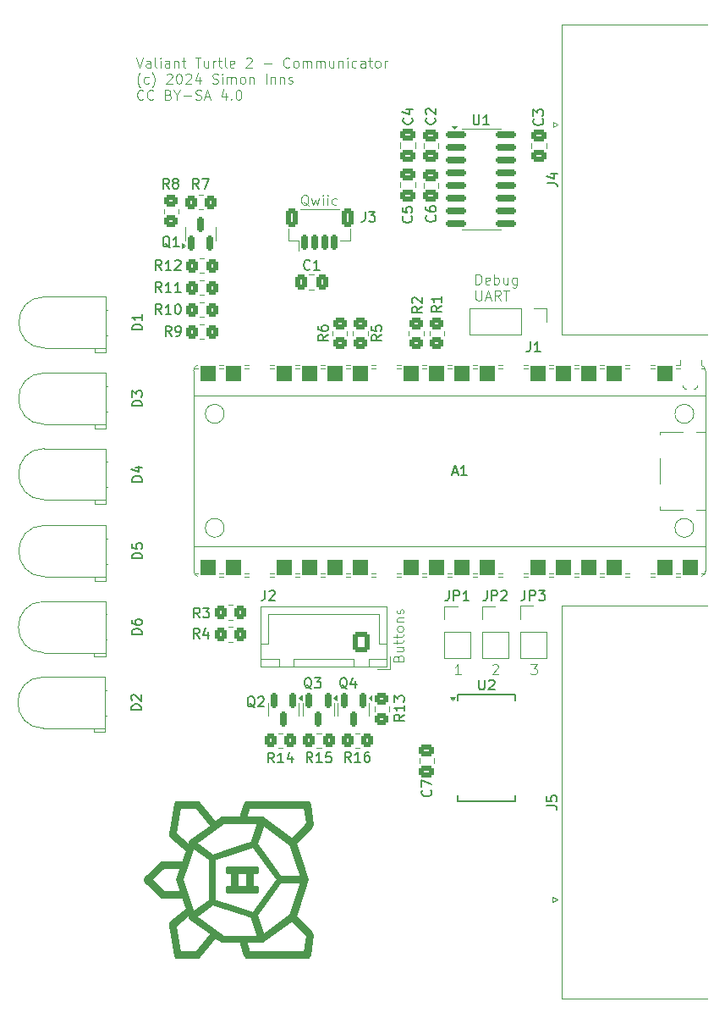
<source format=gto>
G04 #@! TF.GenerationSoftware,KiCad,Pcbnew,8.0.6*
G04 #@! TF.CreationDate,2024-11-26T08:02:09+01:00*
G04 #@! TF.ProjectId,vt2_communicator,7674325f-636f-46d6-9d75-6e696361746f,rev?*
G04 #@! TF.SameCoordinates,Original*
G04 #@! TF.FileFunction,Legend,Top*
G04 #@! TF.FilePolarity,Positive*
%FSLAX46Y46*%
G04 Gerber Fmt 4.6, Leading zero omitted, Abs format (unit mm)*
G04 Created by KiCad (PCBNEW 8.0.6) date 2024-11-26 08:02:09*
%MOMM*%
%LPD*%
G01*
G04 APERTURE LIST*
G04 Aperture macros list*
%AMRoundRect*
0 Rectangle with rounded corners*
0 $1 Rounding radius*
0 $2 $3 $4 $5 $6 $7 $8 $9 X,Y pos of 4 corners*
0 Add a 4 corners polygon primitive as box body*
4,1,4,$2,$3,$4,$5,$6,$7,$8,$9,$2,$3,0*
0 Add four circle primitives for the rounded corners*
1,1,$1+$1,$2,$3*
1,1,$1+$1,$4,$5*
1,1,$1+$1,$6,$7*
1,1,$1+$1,$8,$9*
0 Add four rect primitives between the rounded corners*
20,1,$1+$1,$2,$3,$4,$5,0*
20,1,$1+$1,$4,$5,$6,$7,0*
20,1,$1+$1,$6,$7,$8,$9,0*
20,1,$1+$1,$8,$9,$2,$3,0*%
%AMFreePoly0*
4,1,28,0.178017,0.779942,0.347107,0.720775,0.498792,0.625465,0.625465,0.498792,0.720775,0.347107,0.779942,0.178017,0.800000,0.000000,0.779942,-0.178017,0.720775,-0.347107,0.625465,-0.498792,0.498792,-0.625465,0.347107,-0.720775,0.178017,-0.779942,0.000000,-0.800000,-2.200000,-0.800000,-2.205014,-0.794986,-2.244504,-0.794986,-2.324698,-0.756366,-2.380194,-0.686777,-2.400000,-0.600000,
-2.400000,0.600000,-2.380194,0.686777,-2.324698,0.756366,-2.244504,0.794986,-2.205014,0.794986,-2.200000,0.800000,0.000000,0.800000,0.178017,0.779942,0.178017,0.779942,$1*%
%AMFreePoly1*
4,1,28,0.605014,0.794986,0.644504,0.794986,0.724698,0.756366,0.780194,0.686777,0.800000,0.600000,0.800000,-0.600000,0.780194,-0.686777,0.724698,-0.756366,0.644504,-0.794986,0.605014,-0.794986,0.600000,-0.800000,0.000000,-0.800000,-0.178017,-0.779942,-0.347107,-0.720775,-0.498792,-0.625465,-0.625465,-0.498792,-0.720775,-0.347107,-0.779942,-0.178017,-0.800000,0.000000,-0.779942,0.178017,
-0.720775,0.347107,-0.625465,0.498792,-0.498792,0.625465,-0.347107,0.720775,-0.178017,0.779942,0.000000,0.800000,0.600000,0.800000,0.605014,0.794986,0.605014,0.794986,$1*%
%AMFreePoly2*
4,1,29,0.605014,0.794986,0.644504,0.794986,0.724698,0.756366,0.780194,0.686777,0.800000,0.600000,0.800000,-0.600000,0.780194,-0.686777,0.724698,-0.756366,0.644504,-0.794986,0.605014,-0.794986,0.600000,-0.800000,0.000000,-0.800000,-1.600000,-0.800000,-1.778017,-0.779942,-1.947107,-0.720775,-2.098792,-0.625465,-2.225465,-0.498792,-2.320775,-0.347107,-2.379942,-0.178017,-2.400000,0.000000,
-2.379942,0.178017,-2.320775,0.347107,-2.225465,0.498792,-2.098792,0.625465,-1.947107,0.720775,-1.778017,0.779942,-1.600000,0.800000,0.600000,0.800000,0.605014,0.794986,0.605014,0.794986,$1*%
%AMFreePoly3*
4,1,28,0.178017,0.779942,0.347107,0.720775,0.498792,0.625465,0.625465,0.498792,0.720775,0.347107,0.779942,0.178017,0.800000,0.000000,0.779942,-0.178017,0.720775,-0.347107,0.625465,-0.498792,0.498792,-0.625465,0.347107,-0.720775,0.178017,-0.779942,0.000000,-0.800000,-0.600000,-0.800000,-0.605014,-0.794986,-0.644504,-0.794986,-0.724698,-0.756366,-0.780194,-0.686777,-0.800000,-0.600000,
-0.800000,0.600000,-0.780194,0.686777,-0.724698,0.756366,-0.644504,0.794986,-0.605014,0.794986,-0.600000,0.800000,0.000000,0.800000,0.178017,0.779942,0.178017,0.779942,$1*%
%AMFreePoly4*
4,1,29,1.778017,0.779942,1.947107,0.720775,2.098792,0.625465,2.225465,0.498792,2.320775,0.347107,2.379942,0.178017,2.400000,0.000000,2.379942,-0.178017,2.320775,-0.347107,2.225465,-0.498792,2.098792,-0.625465,1.947107,-0.720775,1.778017,-0.779942,1.600000,-0.800000,0.000000,-0.800000,-0.600000,-0.800000,-0.605014,-0.794986,-0.644504,-0.794986,-0.724698,-0.756366,-0.780194,-0.686777,
-0.800000,-0.600000,-0.800000,0.600000,-0.780194,0.686777,-0.724698,0.756366,-0.644504,0.794986,-0.605014,0.794986,-0.600000,0.800000,1.600000,0.800000,1.778017,0.779942,1.778017,0.779942,$1*%
G04 Aperture macros list end*
%ADD10C,0.250000*%
%ADD11C,0.100000*%
%ADD12C,0.150000*%
%ADD13C,0.120000*%
%ADD14RoundRect,0.250000X-0.475000X0.337500X-0.475000X-0.337500X0.475000X-0.337500X0.475000X0.337500X0*%
%ADD15RoundRect,0.250000X0.475000X-0.337500X0.475000X0.337500X-0.475000X0.337500X-0.475000X-0.337500X0*%
%ADD16RoundRect,0.250000X-0.337500X-0.475000X0.337500X-0.475000X0.337500X0.475000X-0.337500X0.475000X0*%
%ADD17RoundRect,0.250000X0.450000X-0.350000X0.450000X0.350000X-0.450000X0.350000X-0.450000X-0.350000X0*%
%ADD18R,1.800000X1.800000*%
%ADD19C,1.800000*%
%ADD20RoundRect,0.250000X-0.350000X-0.450000X0.350000X-0.450000X0.350000X0.450000X-0.350000X0.450000X0*%
%ADD21RoundRect,0.250000X0.350000X0.450000X-0.350000X0.450000X-0.350000X-0.450000X0.350000X-0.450000X0*%
%ADD22R,1.700000X1.700000*%
%ADD23O,1.700000X1.700000*%
%ADD24C,3.200000*%
%ADD25RoundRect,0.150000X-0.150000X-0.625000X0.150000X-0.625000X0.150000X0.625000X-0.150000X0.625000X0*%
%ADD26RoundRect,0.250000X-0.350000X-0.650000X0.350000X-0.650000X0.350000X0.650000X-0.350000X0.650000X0*%
%ADD27RoundRect,0.250000X-0.450000X0.350000X-0.450000X-0.350000X0.450000X-0.350000X0.450000X0.350000X0*%
%ADD28C,2.200000*%
%ADD29C,1.850000*%
%ADD30RoundRect,0.200000X-0.600000X0.600000X-0.600000X-0.600000X0.600000X-0.600000X0.600000X0.600000X0*%
%ADD31FreePoly0,270.000000*%
%ADD32C,1.600000*%
%ADD33RoundRect,0.800000X-0.000010X0.800000X-0.000010X-0.800000X0.000010X-0.800000X0.000010X0.800000X0*%
%ADD34FreePoly1,270.000000*%
%ADD35FreePoly2,270.000000*%
%ADD36FreePoly3,270.000000*%
%ADD37FreePoly4,270.000000*%
%ADD38C,4.000000*%
%ADD39R,1.600000X1.600000*%
%ADD40RoundRect,0.150000X-0.825000X-0.150000X0.825000X-0.150000X0.825000X0.150000X-0.825000X0.150000X0*%
%ADD41R,1.750000X0.450000*%
%ADD42RoundRect,0.150000X-0.150000X0.587500X-0.150000X-0.587500X0.150000X-0.587500X0.150000X0.587500X0*%
%ADD43RoundRect,0.250000X0.600000X0.725000X-0.600000X0.725000X-0.600000X-0.725000X0.600000X-0.725000X0*%
%ADD44O,1.700000X1.950000*%
%ADD45RoundRect,0.150000X0.150000X-0.587500X0.150000X0.587500X-0.150000X0.587500X-0.150000X-0.587500X0*%
G04 APERTURE END LIST*
D10*
X163010295Y-125416500D02*
X162510295Y-125416500D01*
X162510295Y-126916500D01*
X163010295Y-126916500D01*
X163010295Y-127416500D01*
X160010295Y-127416500D01*
X160010295Y-126916500D01*
X160510295Y-126916500D01*
X160510295Y-125416500D01*
X161010295Y-125416500D01*
X161010295Y-126916500D01*
X162010295Y-126916500D01*
X162010295Y-125416500D01*
X161010295Y-125416500D01*
X160510295Y-125416500D01*
X160010295Y-125416500D01*
X160010295Y-124916500D01*
X163010295Y-124916500D01*
X163010295Y-125416500D01*
G36*
X163010295Y-125416500D02*
G01*
X162510295Y-125416500D01*
X162510295Y-126916500D01*
X163010295Y-126916500D01*
X163010295Y-127416500D01*
X160010295Y-127416500D01*
X160010295Y-126916500D01*
X160510295Y-126916500D01*
X160510295Y-125416500D01*
X161010295Y-125416500D01*
X161010295Y-126916500D01*
X162010295Y-126916500D01*
X162010295Y-125416500D01*
X161010295Y-125416500D01*
X160510295Y-125416500D01*
X160010295Y-125416500D01*
X160010295Y-124916500D01*
X163010295Y-124916500D01*
X163010295Y-125416500D01*
G37*
X157075000Y-118425000D02*
X157135295Y-118450000D01*
X157187075Y-118489750D01*
X158810000Y-120487200D01*
X159501690Y-119984650D01*
X161307872Y-119984650D01*
X161833964Y-119984650D01*
X163518900Y-119984650D01*
X166455236Y-122118010D01*
X167998796Y-120574450D01*
X167791545Y-118916500D01*
X162190005Y-118916500D01*
X161833964Y-119984650D01*
X161307872Y-119984650D01*
X161768809Y-118601800D01*
X161793788Y-118541500D01*
X161833514Y-118489750D01*
X161885295Y-118450000D01*
X161945590Y-118425000D01*
X162010295Y-118416500D01*
X168010295Y-118416500D01*
X168074996Y-118425000D01*
X168135295Y-118450000D01*
X168187045Y-118489750D01*
X168226794Y-118541500D01*
X168251796Y-118601800D01*
X168260295Y-118666500D01*
X168510295Y-120666500D01*
X168501796Y-120731200D01*
X168476794Y-120791500D01*
X168437045Y-120843300D01*
X166809495Y-122470850D01*
X168010295Y-126166500D01*
X166809495Y-129862150D01*
X168437045Y-131489700D01*
X168476794Y-131541500D01*
X168501796Y-131601800D01*
X168510295Y-131666500D01*
X168260295Y-133666500D01*
X168251796Y-133731200D01*
X168226794Y-133791500D01*
X168187045Y-133843250D01*
X168135295Y-133882999D01*
X168074996Y-133908000D01*
X168010295Y-133916500D01*
X162010295Y-133916500D01*
X161945590Y-133908000D01*
X161885295Y-133882999D01*
X161833514Y-133843250D01*
X161793788Y-133791500D01*
X161768809Y-133731200D01*
X161307872Y-132348350D01*
X161833964Y-132348350D01*
X162190005Y-133416500D01*
X167791545Y-133416500D01*
X167998796Y-131758551D01*
X166455236Y-130214991D01*
X163518900Y-132348350D01*
X161833964Y-132348350D01*
X161307872Y-132348350D01*
X159501690Y-132348350D01*
X158810000Y-131845800D01*
X157187075Y-133843250D01*
X157135295Y-133882999D01*
X157075000Y-133908000D01*
X157010295Y-133916500D01*
X155010295Y-133916500D01*
X154945595Y-133908000D01*
X154885295Y-133882999D01*
X154833545Y-133843250D01*
X154793795Y-133791500D01*
X154768795Y-133731200D01*
X154274503Y-130765446D01*
X154779045Y-130765446D01*
X155220895Y-133416500D01*
X156893015Y-133416500D01*
X158407055Y-131553050D01*
X156251695Y-129987101D01*
X156206407Y-129847715D01*
X156868860Y-129847715D01*
X159656200Y-131872850D01*
X163101525Y-131872850D01*
X162452465Y-129875235D01*
X161976921Y-129720720D01*
X162927995Y-129720720D01*
X163577050Y-131718349D01*
X166364390Y-129693211D01*
X167429045Y-126416500D01*
X165328655Y-126416500D01*
X162927995Y-129720720D01*
X161976921Y-129720720D01*
X158568125Y-128613130D01*
X156868860Y-129847715D01*
X156206407Y-129847715D01*
X156132495Y-129620235D01*
X154779045Y-130765446D01*
X154274503Y-130765446D01*
X154268795Y-130731195D01*
X154260295Y-130666500D01*
X154268795Y-130601795D01*
X154293795Y-130541500D01*
X154333545Y-130489719D01*
X155958545Y-129114720D01*
X155966295Y-129108755D01*
X155578895Y-127916500D01*
X153510295Y-127916500D01*
X153445595Y-127907980D01*
X153385295Y-127883000D01*
X153333545Y-127843275D01*
X151833545Y-126343273D01*
X151793795Y-126291500D01*
X151768795Y-126231197D01*
X151760295Y-126166500D01*
X152363845Y-126166500D01*
X153613845Y-127416500D01*
X155416445Y-127416500D01*
X155010295Y-126166500D01*
X155510295Y-126166500D01*
X156574970Y-129443211D01*
X158253417Y-128223745D01*
X158678735Y-128223745D01*
X162591855Y-129495195D01*
X165010295Y-126166500D01*
X162591855Y-122837805D01*
X158678735Y-124109255D01*
X158678735Y-128223745D01*
X158253417Y-128223745D01*
X158274235Y-128208620D01*
X158274235Y-124124380D01*
X158253417Y-124109255D01*
X156574970Y-122889790D01*
X155510295Y-126166500D01*
X155010295Y-126166500D01*
X155416445Y-124916500D01*
X153613845Y-124916500D01*
X152363845Y-126166500D01*
X151760295Y-126166500D01*
X151768795Y-126101803D01*
X151793795Y-126041500D01*
X151833545Y-125989727D01*
X153333545Y-124489725D01*
X153385295Y-124450000D01*
X153445595Y-124425020D01*
X153510295Y-124416500D01*
X155578895Y-124416500D01*
X155966295Y-123224245D01*
X155958545Y-123218280D01*
X154333545Y-121843280D01*
X154293795Y-121791500D01*
X154268795Y-121731205D01*
X154260295Y-121666500D01*
X154268795Y-121601805D01*
X154274503Y-121567555D01*
X154779045Y-121567555D01*
X156132495Y-122712765D01*
X156206407Y-122485285D01*
X156868860Y-122485285D01*
X158568125Y-123719870D01*
X161976920Y-122612280D01*
X162927995Y-122612280D01*
X165328655Y-125916500D01*
X167429045Y-125916500D01*
X166364390Y-122639790D01*
X163577050Y-120614650D01*
X162927995Y-122612280D01*
X161976920Y-122612280D01*
X162452465Y-122457765D01*
X163101525Y-120460150D01*
X159656200Y-120460150D01*
X156868860Y-122485285D01*
X156206407Y-122485285D01*
X156251695Y-122345900D01*
X158407055Y-120779950D01*
X156893015Y-118916500D01*
X155220895Y-118916500D01*
X154779045Y-121567555D01*
X154274503Y-121567555D01*
X154768795Y-118601800D01*
X154793795Y-118541500D01*
X154833545Y-118489750D01*
X154885295Y-118450000D01*
X154945595Y-118425000D01*
X155010295Y-118416500D01*
X157010295Y-118416500D01*
X157075000Y-118425000D01*
G36*
X157075000Y-118425000D02*
G01*
X157135295Y-118450000D01*
X157187075Y-118489750D01*
X158810000Y-120487200D01*
X159501690Y-119984650D01*
X161307872Y-119984650D01*
X161833964Y-119984650D01*
X163518900Y-119984650D01*
X166455236Y-122118010D01*
X167998796Y-120574450D01*
X167791545Y-118916500D01*
X162190005Y-118916500D01*
X161833964Y-119984650D01*
X161307872Y-119984650D01*
X161768809Y-118601800D01*
X161793788Y-118541500D01*
X161833514Y-118489750D01*
X161885295Y-118450000D01*
X161945590Y-118425000D01*
X162010295Y-118416500D01*
X168010295Y-118416500D01*
X168074996Y-118425000D01*
X168135295Y-118450000D01*
X168187045Y-118489750D01*
X168226794Y-118541500D01*
X168251796Y-118601800D01*
X168260295Y-118666500D01*
X168510295Y-120666500D01*
X168501796Y-120731200D01*
X168476794Y-120791500D01*
X168437045Y-120843300D01*
X166809495Y-122470850D01*
X168010295Y-126166500D01*
X166809495Y-129862150D01*
X168437045Y-131489700D01*
X168476794Y-131541500D01*
X168501796Y-131601800D01*
X168510295Y-131666500D01*
X168260295Y-133666500D01*
X168251796Y-133731200D01*
X168226794Y-133791500D01*
X168187045Y-133843250D01*
X168135295Y-133882999D01*
X168074996Y-133908000D01*
X168010295Y-133916500D01*
X162010295Y-133916500D01*
X161945590Y-133908000D01*
X161885295Y-133882999D01*
X161833514Y-133843250D01*
X161793788Y-133791500D01*
X161768809Y-133731200D01*
X161307872Y-132348350D01*
X161833964Y-132348350D01*
X162190005Y-133416500D01*
X167791545Y-133416500D01*
X167998796Y-131758551D01*
X166455236Y-130214991D01*
X163518900Y-132348350D01*
X161833964Y-132348350D01*
X161307872Y-132348350D01*
X159501690Y-132348350D01*
X158810000Y-131845800D01*
X157187075Y-133843250D01*
X157135295Y-133882999D01*
X157075000Y-133908000D01*
X157010295Y-133916500D01*
X155010295Y-133916500D01*
X154945595Y-133908000D01*
X154885295Y-133882999D01*
X154833545Y-133843250D01*
X154793795Y-133791500D01*
X154768795Y-133731200D01*
X154274503Y-130765446D01*
X154779045Y-130765446D01*
X155220895Y-133416500D01*
X156893015Y-133416500D01*
X158407055Y-131553050D01*
X156251695Y-129987101D01*
X156206407Y-129847715D01*
X156868860Y-129847715D01*
X159656200Y-131872850D01*
X163101525Y-131872850D01*
X162452465Y-129875235D01*
X161976921Y-129720720D01*
X162927995Y-129720720D01*
X163577050Y-131718349D01*
X166364390Y-129693211D01*
X167429045Y-126416500D01*
X165328655Y-126416500D01*
X162927995Y-129720720D01*
X161976921Y-129720720D01*
X158568125Y-128613130D01*
X156868860Y-129847715D01*
X156206407Y-129847715D01*
X156132495Y-129620235D01*
X154779045Y-130765446D01*
X154274503Y-130765446D01*
X154268795Y-130731195D01*
X154260295Y-130666500D01*
X154268795Y-130601795D01*
X154293795Y-130541500D01*
X154333545Y-130489719D01*
X155958545Y-129114720D01*
X155966295Y-129108755D01*
X155578895Y-127916500D01*
X153510295Y-127916500D01*
X153445595Y-127907980D01*
X153385295Y-127883000D01*
X153333545Y-127843275D01*
X151833545Y-126343273D01*
X151793795Y-126291500D01*
X151768795Y-126231197D01*
X151760295Y-126166500D01*
X152363845Y-126166500D01*
X153613845Y-127416500D01*
X155416445Y-127416500D01*
X155010295Y-126166500D01*
X155510295Y-126166500D01*
X156574970Y-129443211D01*
X158253417Y-128223745D01*
X158678735Y-128223745D01*
X162591855Y-129495195D01*
X165010295Y-126166500D01*
X162591855Y-122837805D01*
X158678735Y-124109255D01*
X158678735Y-128223745D01*
X158253417Y-128223745D01*
X158274235Y-128208620D01*
X158274235Y-124124380D01*
X158253417Y-124109255D01*
X156574970Y-122889790D01*
X155510295Y-126166500D01*
X155010295Y-126166500D01*
X155416445Y-124916500D01*
X153613845Y-124916500D01*
X152363845Y-126166500D01*
X151760295Y-126166500D01*
X151768795Y-126101803D01*
X151793795Y-126041500D01*
X151833545Y-125989727D01*
X153333545Y-124489725D01*
X153385295Y-124450000D01*
X153445595Y-124425020D01*
X153510295Y-124416500D01*
X155578895Y-124416500D01*
X155966295Y-123224245D01*
X155958545Y-123218280D01*
X154333545Y-121843280D01*
X154293795Y-121791500D01*
X154268795Y-121731205D01*
X154260295Y-121666500D01*
X154268795Y-121601805D01*
X154274503Y-121567555D01*
X154779045Y-121567555D01*
X156132495Y-122712765D01*
X156206407Y-122485285D01*
X156868860Y-122485285D01*
X158568125Y-123719870D01*
X161976920Y-122612280D01*
X162927995Y-122612280D01*
X165328655Y-125916500D01*
X167429045Y-125916500D01*
X166364390Y-122639790D01*
X163577050Y-120614650D01*
X162927995Y-122612280D01*
X161976920Y-122612280D01*
X162452465Y-122457765D01*
X163101525Y-120460150D01*
X159656200Y-120460150D01*
X156868860Y-122485285D01*
X156206407Y-122485285D01*
X156251695Y-122345900D01*
X158407055Y-120779950D01*
X156893015Y-118916500D01*
X155220895Y-118916500D01*
X154779045Y-121567555D01*
X154274503Y-121567555D01*
X154768795Y-118601800D01*
X154793795Y-118541500D01*
X154833545Y-118489750D01*
X154885295Y-118450000D01*
X154945595Y-118425000D01*
X155010295Y-118416500D01*
X157010295Y-118416500D01*
X157075000Y-118425000D01*
G37*
D11*
X177148609Y-104037782D02*
X177196228Y-103894925D01*
X177196228Y-103894925D02*
X177243847Y-103847306D01*
X177243847Y-103847306D02*
X177339085Y-103799687D01*
X177339085Y-103799687D02*
X177481942Y-103799687D01*
X177481942Y-103799687D02*
X177577180Y-103847306D01*
X177577180Y-103847306D02*
X177624800Y-103894925D01*
X177624800Y-103894925D02*
X177672419Y-103990163D01*
X177672419Y-103990163D02*
X177672419Y-104371115D01*
X177672419Y-104371115D02*
X176672419Y-104371115D01*
X176672419Y-104371115D02*
X176672419Y-104037782D01*
X176672419Y-104037782D02*
X176720038Y-103942544D01*
X176720038Y-103942544D02*
X176767657Y-103894925D01*
X176767657Y-103894925D02*
X176862895Y-103847306D01*
X176862895Y-103847306D02*
X176958133Y-103847306D01*
X176958133Y-103847306D02*
X177053371Y-103894925D01*
X177053371Y-103894925D02*
X177100990Y-103942544D01*
X177100990Y-103942544D02*
X177148609Y-104037782D01*
X177148609Y-104037782D02*
X177148609Y-104371115D01*
X177005752Y-102942544D02*
X177672419Y-102942544D01*
X177005752Y-103371115D02*
X177529561Y-103371115D01*
X177529561Y-103371115D02*
X177624800Y-103323496D01*
X177624800Y-103323496D02*
X177672419Y-103228258D01*
X177672419Y-103228258D02*
X177672419Y-103085401D01*
X177672419Y-103085401D02*
X177624800Y-102990163D01*
X177624800Y-102990163D02*
X177577180Y-102942544D01*
X177005752Y-102609210D02*
X177005752Y-102228258D01*
X176672419Y-102466353D02*
X177529561Y-102466353D01*
X177529561Y-102466353D02*
X177624800Y-102418734D01*
X177624800Y-102418734D02*
X177672419Y-102323496D01*
X177672419Y-102323496D02*
X177672419Y-102228258D01*
X177005752Y-102037781D02*
X177005752Y-101656829D01*
X176672419Y-101894924D02*
X177529561Y-101894924D01*
X177529561Y-101894924D02*
X177624800Y-101847305D01*
X177624800Y-101847305D02*
X177672419Y-101752067D01*
X177672419Y-101752067D02*
X177672419Y-101656829D01*
X177672419Y-101180638D02*
X177624800Y-101275876D01*
X177624800Y-101275876D02*
X177577180Y-101323495D01*
X177577180Y-101323495D02*
X177481942Y-101371114D01*
X177481942Y-101371114D02*
X177196228Y-101371114D01*
X177196228Y-101371114D02*
X177100990Y-101323495D01*
X177100990Y-101323495D02*
X177053371Y-101275876D01*
X177053371Y-101275876D02*
X177005752Y-101180638D01*
X177005752Y-101180638D02*
X177005752Y-101037781D01*
X177005752Y-101037781D02*
X177053371Y-100942543D01*
X177053371Y-100942543D02*
X177100990Y-100894924D01*
X177100990Y-100894924D02*
X177196228Y-100847305D01*
X177196228Y-100847305D02*
X177481942Y-100847305D01*
X177481942Y-100847305D02*
X177577180Y-100894924D01*
X177577180Y-100894924D02*
X177624800Y-100942543D01*
X177624800Y-100942543D02*
X177672419Y-101037781D01*
X177672419Y-101037781D02*
X177672419Y-101180638D01*
X177005752Y-100418733D02*
X177672419Y-100418733D01*
X177100990Y-100418733D02*
X177053371Y-100371114D01*
X177053371Y-100371114D02*
X177005752Y-100275876D01*
X177005752Y-100275876D02*
X177005752Y-100133019D01*
X177005752Y-100133019D02*
X177053371Y-100037781D01*
X177053371Y-100037781D02*
X177148609Y-99990162D01*
X177148609Y-99990162D02*
X177672419Y-99990162D01*
X177624800Y-99561590D02*
X177672419Y-99466352D01*
X177672419Y-99466352D02*
X177672419Y-99275876D01*
X177672419Y-99275876D02*
X177624800Y-99180638D01*
X177624800Y-99180638D02*
X177529561Y-99133019D01*
X177529561Y-99133019D02*
X177481942Y-99133019D01*
X177481942Y-99133019D02*
X177386704Y-99180638D01*
X177386704Y-99180638D02*
X177339085Y-99275876D01*
X177339085Y-99275876D02*
X177339085Y-99418733D01*
X177339085Y-99418733D02*
X177291466Y-99513971D01*
X177291466Y-99513971D02*
X177196228Y-99561590D01*
X177196228Y-99561590D02*
X177148609Y-99561590D01*
X177148609Y-99561590D02*
X177053371Y-99513971D01*
X177053371Y-99513971D02*
X177005752Y-99418733D01*
X177005752Y-99418733D02*
X177005752Y-99275876D01*
X177005752Y-99275876D02*
X177053371Y-99180638D01*
X150911027Y-44002531D02*
X151244360Y-45002531D01*
X151244360Y-45002531D02*
X151577693Y-44002531D01*
X152339598Y-45002531D02*
X152339598Y-44478721D01*
X152339598Y-44478721D02*
X152291979Y-44383483D01*
X152291979Y-44383483D02*
X152196741Y-44335864D01*
X152196741Y-44335864D02*
X152006265Y-44335864D01*
X152006265Y-44335864D02*
X151911027Y-44383483D01*
X152339598Y-44954912D02*
X152244360Y-45002531D01*
X152244360Y-45002531D02*
X152006265Y-45002531D01*
X152006265Y-45002531D02*
X151911027Y-44954912D01*
X151911027Y-44954912D02*
X151863408Y-44859673D01*
X151863408Y-44859673D02*
X151863408Y-44764435D01*
X151863408Y-44764435D02*
X151911027Y-44669197D01*
X151911027Y-44669197D02*
X152006265Y-44621578D01*
X152006265Y-44621578D02*
X152244360Y-44621578D01*
X152244360Y-44621578D02*
X152339598Y-44573959D01*
X152958646Y-45002531D02*
X152863408Y-44954912D01*
X152863408Y-44954912D02*
X152815789Y-44859673D01*
X152815789Y-44859673D02*
X152815789Y-44002531D01*
X153339599Y-45002531D02*
X153339599Y-44335864D01*
X153339599Y-44002531D02*
X153291980Y-44050150D01*
X153291980Y-44050150D02*
X153339599Y-44097769D01*
X153339599Y-44097769D02*
X153387218Y-44050150D01*
X153387218Y-44050150D02*
X153339599Y-44002531D01*
X153339599Y-44002531D02*
X153339599Y-44097769D01*
X154244360Y-45002531D02*
X154244360Y-44478721D01*
X154244360Y-44478721D02*
X154196741Y-44383483D01*
X154196741Y-44383483D02*
X154101503Y-44335864D01*
X154101503Y-44335864D02*
X153911027Y-44335864D01*
X153911027Y-44335864D02*
X153815789Y-44383483D01*
X154244360Y-44954912D02*
X154149122Y-45002531D01*
X154149122Y-45002531D02*
X153911027Y-45002531D01*
X153911027Y-45002531D02*
X153815789Y-44954912D01*
X153815789Y-44954912D02*
X153768170Y-44859673D01*
X153768170Y-44859673D02*
X153768170Y-44764435D01*
X153768170Y-44764435D02*
X153815789Y-44669197D01*
X153815789Y-44669197D02*
X153911027Y-44621578D01*
X153911027Y-44621578D02*
X154149122Y-44621578D01*
X154149122Y-44621578D02*
X154244360Y-44573959D01*
X154720551Y-44335864D02*
X154720551Y-45002531D01*
X154720551Y-44431102D02*
X154768170Y-44383483D01*
X154768170Y-44383483D02*
X154863408Y-44335864D01*
X154863408Y-44335864D02*
X155006265Y-44335864D01*
X155006265Y-44335864D02*
X155101503Y-44383483D01*
X155101503Y-44383483D02*
X155149122Y-44478721D01*
X155149122Y-44478721D02*
X155149122Y-45002531D01*
X155482456Y-44335864D02*
X155863408Y-44335864D01*
X155625313Y-44002531D02*
X155625313Y-44859673D01*
X155625313Y-44859673D02*
X155672932Y-44954912D01*
X155672932Y-44954912D02*
X155768170Y-45002531D01*
X155768170Y-45002531D02*
X155863408Y-45002531D01*
X156815790Y-44002531D02*
X157387218Y-44002531D01*
X157101504Y-45002531D02*
X157101504Y-44002531D01*
X158149123Y-44335864D02*
X158149123Y-45002531D01*
X157720552Y-44335864D02*
X157720552Y-44859673D01*
X157720552Y-44859673D02*
X157768171Y-44954912D01*
X157768171Y-44954912D02*
X157863409Y-45002531D01*
X157863409Y-45002531D02*
X158006266Y-45002531D01*
X158006266Y-45002531D02*
X158101504Y-44954912D01*
X158101504Y-44954912D02*
X158149123Y-44907292D01*
X158625314Y-45002531D02*
X158625314Y-44335864D01*
X158625314Y-44526340D02*
X158672933Y-44431102D01*
X158672933Y-44431102D02*
X158720552Y-44383483D01*
X158720552Y-44383483D02*
X158815790Y-44335864D01*
X158815790Y-44335864D02*
X158911028Y-44335864D01*
X159101505Y-44335864D02*
X159482457Y-44335864D01*
X159244362Y-44002531D02*
X159244362Y-44859673D01*
X159244362Y-44859673D02*
X159291981Y-44954912D01*
X159291981Y-44954912D02*
X159387219Y-45002531D01*
X159387219Y-45002531D02*
X159482457Y-45002531D01*
X159958648Y-45002531D02*
X159863410Y-44954912D01*
X159863410Y-44954912D02*
X159815791Y-44859673D01*
X159815791Y-44859673D02*
X159815791Y-44002531D01*
X160720553Y-44954912D02*
X160625315Y-45002531D01*
X160625315Y-45002531D02*
X160434839Y-45002531D01*
X160434839Y-45002531D02*
X160339601Y-44954912D01*
X160339601Y-44954912D02*
X160291982Y-44859673D01*
X160291982Y-44859673D02*
X160291982Y-44478721D01*
X160291982Y-44478721D02*
X160339601Y-44383483D01*
X160339601Y-44383483D02*
X160434839Y-44335864D01*
X160434839Y-44335864D02*
X160625315Y-44335864D01*
X160625315Y-44335864D02*
X160720553Y-44383483D01*
X160720553Y-44383483D02*
X160768172Y-44478721D01*
X160768172Y-44478721D02*
X160768172Y-44573959D01*
X160768172Y-44573959D02*
X160291982Y-44669197D01*
X161911030Y-44097769D02*
X161958649Y-44050150D01*
X161958649Y-44050150D02*
X162053887Y-44002531D01*
X162053887Y-44002531D02*
X162291982Y-44002531D01*
X162291982Y-44002531D02*
X162387220Y-44050150D01*
X162387220Y-44050150D02*
X162434839Y-44097769D01*
X162434839Y-44097769D02*
X162482458Y-44193007D01*
X162482458Y-44193007D02*
X162482458Y-44288245D01*
X162482458Y-44288245D02*
X162434839Y-44431102D01*
X162434839Y-44431102D02*
X161863411Y-45002531D01*
X161863411Y-45002531D02*
X162482458Y-45002531D01*
X163672935Y-44621578D02*
X164434840Y-44621578D01*
X166244363Y-44907292D02*
X166196744Y-44954912D01*
X166196744Y-44954912D02*
X166053887Y-45002531D01*
X166053887Y-45002531D02*
X165958649Y-45002531D01*
X165958649Y-45002531D02*
X165815792Y-44954912D01*
X165815792Y-44954912D02*
X165720554Y-44859673D01*
X165720554Y-44859673D02*
X165672935Y-44764435D01*
X165672935Y-44764435D02*
X165625316Y-44573959D01*
X165625316Y-44573959D02*
X165625316Y-44431102D01*
X165625316Y-44431102D02*
X165672935Y-44240626D01*
X165672935Y-44240626D02*
X165720554Y-44145388D01*
X165720554Y-44145388D02*
X165815792Y-44050150D01*
X165815792Y-44050150D02*
X165958649Y-44002531D01*
X165958649Y-44002531D02*
X166053887Y-44002531D01*
X166053887Y-44002531D02*
X166196744Y-44050150D01*
X166196744Y-44050150D02*
X166244363Y-44097769D01*
X166815792Y-45002531D02*
X166720554Y-44954912D01*
X166720554Y-44954912D02*
X166672935Y-44907292D01*
X166672935Y-44907292D02*
X166625316Y-44812054D01*
X166625316Y-44812054D02*
X166625316Y-44526340D01*
X166625316Y-44526340D02*
X166672935Y-44431102D01*
X166672935Y-44431102D02*
X166720554Y-44383483D01*
X166720554Y-44383483D02*
X166815792Y-44335864D01*
X166815792Y-44335864D02*
X166958649Y-44335864D01*
X166958649Y-44335864D02*
X167053887Y-44383483D01*
X167053887Y-44383483D02*
X167101506Y-44431102D01*
X167101506Y-44431102D02*
X167149125Y-44526340D01*
X167149125Y-44526340D02*
X167149125Y-44812054D01*
X167149125Y-44812054D02*
X167101506Y-44907292D01*
X167101506Y-44907292D02*
X167053887Y-44954912D01*
X167053887Y-44954912D02*
X166958649Y-45002531D01*
X166958649Y-45002531D02*
X166815792Y-45002531D01*
X167577697Y-45002531D02*
X167577697Y-44335864D01*
X167577697Y-44431102D02*
X167625316Y-44383483D01*
X167625316Y-44383483D02*
X167720554Y-44335864D01*
X167720554Y-44335864D02*
X167863411Y-44335864D01*
X167863411Y-44335864D02*
X167958649Y-44383483D01*
X167958649Y-44383483D02*
X168006268Y-44478721D01*
X168006268Y-44478721D02*
X168006268Y-45002531D01*
X168006268Y-44478721D02*
X168053887Y-44383483D01*
X168053887Y-44383483D02*
X168149125Y-44335864D01*
X168149125Y-44335864D02*
X168291982Y-44335864D01*
X168291982Y-44335864D02*
X168387221Y-44383483D01*
X168387221Y-44383483D02*
X168434840Y-44478721D01*
X168434840Y-44478721D02*
X168434840Y-45002531D01*
X168911030Y-45002531D02*
X168911030Y-44335864D01*
X168911030Y-44431102D02*
X168958649Y-44383483D01*
X168958649Y-44383483D02*
X169053887Y-44335864D01*
X169053887Y-44335864D02*
X169196744Y-44335864D01*
X169196744Y-44335864D02*
X169291982Y-44383483D01*
X169291982Y-44383483D02*
X169339601Y-44478721D01*
X169339601Y-44478721D02*
X169339601Y-45002531D01*
X169339601Y-44478721D02*
X169387220Y-44383483D01*
X169387220Y-44383483D02*
X169482458Y-44335864D01*
X169482458Y-44335864D02*
X169625315Y-44335864D01*
X169625315Y-44335864D02*
X169720554Y-44383483D01*
X169720554Y-44383483D02*
X169768173Y-44478721D01*
X169768173Y-44478721D02*
X169768173Y-45002531D01*
X170672934Y-44335864D02*
X170672934Y-45002531D01*
X170244363Y-44335864D02*
X170244363Y-44859673D01*
X170244363Y-44859673D02*
X170291982Y-44954912D01*
X170291982Y-44954912D02*
X170387220Y-45002531D01*
X170387220Y-45002531D02*
X170530077Y-45002531D01*
X170530077Y-45002531D02*
X170625315Y-44954912D01*
X170625315Y-44954912D02*
X170672934Y-44907292D01*
X171149125Y-44335864D02*
X171149125Y-45002531D01*
X171149125Y-44431102D02*
X171196744Y-44383483D01*
X171196744Y-44383483D02*
X171291982Y-44335864D01*
X171291982Y-44335864D02*
X171434839Y-44335864D01*
X171434839Y-44335864D02*
X171530077Y-44383483D01*
X171530077Y-44383483D02*
X171577696Y-44478721D01*
X171577696Y-44478721D02*
X171577696Y-45002531D01*
X172053887Y-45002531D02*
X172053887Y-44335864D01*
X172053887Y-44002531D02*
X172006268Y-44050150D01*
X172006268Y-44050150D02*
X172053887Y-44097769D01*
X172053887Y-44097769D02*
X172101506Y-44050150D01*
X172101506Y-44050150D02*
X172053887Y-44002531D01*
X172053887Y-44002531D02*
X172053887Y-44097769D01*
X172958648Y-44954912D02*
X172863410Y-45002531D01*
X172863410Y-45002531D02*
X172672934Y-45002531D01*
X172672934Y-45002531D02*
X172577696Y-44954912D01*
X172577696Y-44954912D02*
X172530077Y-44907292D01*
X172530077Y-44907292D02*
X172482458Y-44812054D01*
X172482458Y-44812054D02*
X172482458Y-44526340D01*
X172482458Y-44526340D02*
X172530077Y-44431102D01*
X172530077Y-44431102D02*
X172577696Y-44383483D01*
X172577696Y-44383483D02*
X172672934Y-44335864D01*
X172672934Y-44335864D02*
X172863410Y-44335864D01*
X172863410Y-44335864D02*
X172958648Y-44383483D01*
X173815791Y-45002531D02*
X173815791Y-44478721D01*
X173815791Y-44478721D02*
X173768172Y-44383483D01*
X173768172Y-44383483D02*
X173672934Y-44335864D01*
X173672934Y-44335864D02*
X173482458Y-44335864D01*
X173482458Y-44335864D02*
X173387220Y-44383483D01*
X173815791Y-44954912D02*
X173720553Y-45002531D01*
X173720553Y-45002531D02*
X173482458Y-45002531D01*
X173482458Y-45002531D02*
X173387220Y-44954912D01*
X173387220Y-44954912D02*
X173339601Y-44859673D01*
X173339601Y-44859673D02*
X173339601Y-44764435D01*
X173339601Y-44764435D02*
X173387220Y-44669197D01*
X173387220Y-44669197D02*
X173482458Y-44621578D01*
X173482458Y-44621578D02*
X173720553Y-44621578D01*
X173720553Y-44621578D02*
X173815791Y-44573959D01*
X174149125Y-44335864D02*
X174530077Y-44335864D01*
X174291982Y-44002531D02*
X174291982Y-44859673D01*
X174291982Y-44859673D02*
X174339601Y-44954912D01*
X174339601Y-44954912D02*
X174434839Y-45002531D01*
X174434839Y-45002531D02*
X174530077Y-45002531D01*
X175006268Y-45002531D02*
X174911030Y-44954912D01*
X174911030Y-44954912D02*
X174863411Y-44907292D01*
X174863411Y-44907292D02*
X174815792Y-44812054D01*
X174815792Y-44812054D02*
X174815792Y-44526340D01*
X174815792Y-44526340D02*
X174863411Y-44431102D01*
X174863411Y-44431102D02*
X174911030Y-44383483D01*
X174911030Y-44383483D02*
X175006268Y-44335864D01*
X175006268Y-44335864D02*
X175149125Y-44335864D01*
X175149125Y-44335864D02*
X175244363Y-44383483D01*
X175244363Y-44383483D02*
X175291982Y-44431102D01*
X175291982Y-44431102D02*
X175339601Y-44526340D01*
X175339601Y-44526340D02*
X175339601Y-44812054D01*
X175339601Y-44812054D02*
X175291982Y-44907292D01*
X175291982Y-44907292D02*
X175244363Y-44954912D01*
X175244363Y-44954912D02*
X175149125Y-45002531D01*
X175149125Y-45002531D02*
X175006268Y-45002531D01*
X175768173Y-45002531D02*
X175768173Y-44335864D01*
X175768173Y-44526340D02*
X175815792Y-44431102D01*
X175815792Y-44431102D02*
X175863411Y-44383483D01*
X175863411Y-44383483D02*
X175958649Y-44335864D01*
X175958649Y-44335864D02*
X176053887Y-44335864D01*
X151339598Y-46993427D02*
X151291979Y-46945808D01*
X151291979Y-46945808D02*
X151196741Y-46802951D01*
X151196741Y-46802951D02*
X151149122Y-46707713D01*
X151149122Y-46707713D02*
X151101503Y-46564856D01*
X151101503Y-46564856D02*
X151053884Y-46326760D01*
X151053884Y-46326760D02*
X151053884Y-46136284D01*
X151053884Y-46136284D02*
X151101503Y-45898189D01*
X151101503Y-45898189D02*
X151149122Y-45755332D01*
X151149122Y-45755332D02*
X151196741Y-45660094D01*
X151196741Y-45660094D02*
X151291979Y-45517236D01*
X151291979Y-45517236D02*
X151339598Y-45469617D01*
X152149122Y-46564856D02*
X152053884Y-46612475D01*
X152053884Y-46612475D02*
X151863408Y-46612475D01*
X151863408Y-46612475D02*
X151768170Y-46564856D01*
X151768170Y-46564856D02*
X151720551Y-46517236D01*
X151720551Y-46517236D02*
X151672932Y-46421998D01*
X151672932Y-46421998D02*
X151672932Y-46136284D01*
X151672932Y-46136284D02*
X151720551Y-46041046D01*
X151720551Y-46041046D02*
X151768170Y-45993427D01*
X151768170Y-45993427D02*
X151863408Y-45945808D01*
X151863408Y-45945808D02*
X152053884Y-45945808D01*
X152053884Y-45945808D02*
X152149122Y-45993427D01*
X152482456Y-46993427D02*
X152530075Y-46945808D01*
X152530075Y-46945808D02*
X152625313Y-46802951D01*
X152625313Y-46802951D02*
X152672932Y-46707713D01*
X152672932Y-46707713D02*
X152720551Y-46564856D01*
X152720551Y-46564856D02*
X152768170Y-46326760D01*
X152768170Y-46326760D02*
X152768170Y-46136284D01*
X152768170Y-46136284D02*
X152720551Y-45898189D01*
X152720551Y-45898189D02*
X152672932Y-45755332D01*
X152672932Y-45755332D02*
X152625313Y-45660094D01*
X152625313Y-45660094D02*
X152530075Y-45517236D01*
X152530075Y-45517236D02*
X152482456Y-45469617D01*
X153958647Y-45707713D02*
X154006266Y-45660094D01*
X154006266Y-45660094D02*
X154101504Y-45612475D01*
X154101504Y-45612475D02*
X154339599Y-45612475D01*
X154339599Y-45612475D02*
X154434837Y-45660094D01*
X154434837Y-45660094D02*
X154482456Y-45707713D01*
X154482456Y-45707713D02*
X154530075Y-45802951D01*
X154530075Y-45802951D02*
X154530075Y-45898189D01*
X154530075Y-45898189D02*
X154482456Y-46041046D01*
X154482456Y-46041046D02*
X153911028Y-46612475D01*
X153911028Y-46612475D02*
X154530075Y-46612475D01*
X155149123Y-45612475D02*
X155244361Y-45612475D01*
X155244361Y-45612475D02*
X155339599Y-45660094D01*
X155339599Y-45660094D02*
X155387218Y-45707713D01*
X155387218Y-45707713D02*
X155434837Y-45802951D01*
X155434837Y-45802951D02*
X155482456Y-45993427D01*
X155482456Y-45993427D02*
X155482456Y-46231522D01*
X155482456Y-46231522D02*
X155434837Y-46421998D01*
X155434837Y-46421998D02*
X155387218Y-46517236D01*
X155387218Y-46517236D02*
X155339599Y-46564856D01*
X155339599Y-46564856D02*
X155244361Y-46612475D01*
X155244361Y-46612475D02*
X155149123Y-46612475D01*
X155149123Y-46612475D02*
X155053885Y-46564856D01*
X155053885Y-46564856D02*
X155006266Y-46517236D01*
X155006266Y-46517236D02*
X154958647Y-46421998D01*
X154958647Y-46421998D02*
X154911028Y-46231522D01*
X154911028Y-46231522D02*
X154911028Y-45993427D01*
X154911028Y-45993427D02*
X154958647Y-45802951D01*
X154958647Y-45802951D02*
X155006266Y-45707713D01*
X155006266Y-45707713D02*
X155053885Y-45660094D01*
X155053885Y-45660094D02*
X155149123Y-45612475D01*
X155863409Y-45707713D02*
X155911028Y-45660094D01*
X155911028Y-45660094D02*
X156006266Y-45612475D01*
X156006266Y-45612475D02*
X156244361Y-45612475D01*
X156244361Y-45612475D02*
X156339599Y-45660094D01*
X156339599Y-45660094D02*
X156387218Y-45707713D01*
X156387218Y-45707713D02*
X156434837Y-45802951D01*
X156434837Y-45802951D02*
X156434837Y-45898189D01*
X156434837Y-45898189D02*
X156387218Y-46041046D01*
X156387218Y-46041046D02*
X155815790Y-46612475D01*
X155815790Y-46612475D02*
X156434837Y-46612475D01*
X157291980Y-45945808D02*
X157291980Y-46612475D01*
X157053885Y-45564856D02*
X156815790Y-46279141D01*
X156815790Y-46279141D02*
X157434837Y-46279141D01*
X158530076Y-46564856D02*
X158672933Y-46612475D01*
X158672933Y-46612475D02*
X158911028Y-46612475D01*
X158911028Y-46612475D02*
X159006266Y-46564856D01*
X159006266Y-46564856D02*
X159053885Y-46517236D01*
X159053885Y-46517236D02*
X159101504Y-46421998D01*
X159101504Y-46421998D02*
X159101504Y-46326760D01*
X159101504Y-46326760D02*
X159053885Y-46231522D01*
X159053885Y-46231522D02*
X159006266Y-46183903D01*
X159006266Y-46183903D02*
X158911028Y-46136284D01*
X158911028Y-46136284D02*
X158720552Y-46088665D01*
X158720552Y-46088665D02*
X158625314Y-46041046D01*
X158625314Y-46041046D02*
X158577695Y-45993427D01*
X158577695Y-45993427D02*
X158530076Y-45898189D01*
X158530076Y-45898189D02*
X158530076Y-45802951D01*
X158530076Y-45802951D02*
X158577695Y-45707713D01*
X158577695Y-45707713D02*
X158625314Y-45660094D01*
X158625314Y-45660094D02*
X158720552Y-45612475D01*
X158720552Y-45612475D02*
X158958647Y-45612475D01*
X158958647Y-45612475D02*
X159101504Y-45660094D01*
X159530076Y-46612475D02*
X159530076Y-45945808D01*
X159530076Y-45612475D02*
X159482457Y-45660094D01*
X159482457Y-45660094D02*
X159530076Y-45707713D01*
X159530076Y-45707713D02*
X159577695Y-45660094D01*
X159577695Y-45660094D02*
X159530076Y-45612475D01*
X159530076Y-45612475D02*
X159530076Y-45707713D01*
X160006266Y-46612475D02*
X160006266Y-45945808D01*
X160006266Y-46041046D02*
X160053885Y-45993427D01*
X160053885Y-45993427D02*
X160149123Y-45945808D01*
X160149123Y-45945808D02*
X160291980Y-45945808D01*
X160291980Y-45945808D02*
X160387218Y-45993427D01*
X160387218Y-45993427D02*
X160434837Y-46088665D01*
X160434837Y-46088665D02*
X160434837Y-46612475D01*
X160434837Y-46088665D02*
X160482456Y-45993427D01*
X160482456Y-45993427D02*
X160577694Y-45945808D01*
X160577694Y-45945808D02*
X160720551Y-45945808D01*
X160720551Y-45945808D02*
X160815790Y-45993427D01*
X160815790Y-45993427D02*
X160863409Y-46088665D01*
X160863409Y-46088665D02*
X160863409Y-46612475D01*
X161482456Y-46612475D02*
X161387218Y-46564856D01*
X161387218Y-46564856D02*
X161339599Y-46517236D01*
X161339599Y-46517236D02*
X161291980Y-46421998D01*
X161291980Y-46421998D02*
X161291980Y-46136284D01*
X161291980Y-46136284D02*
X161339599Y-46041046D01*
X161339599Y-46041046D02*
X161387218Y-45993427D01*
X161387218Y-45993427D02*
X161482456Y-45945808D01*
X161482456Y-45945808D02*
X161625313Y-45945808D01*
X161625313Y-45945808D02*
X161720551Y-45993427D01*
X161720551Y-45993427D02*
X161768170Y-46041046D01*
X161768170Y-46041046D02*
X161815789Y-46136284D01*
X161815789Y-46136284D02*
X161815789Y-46421998D01*
X161815789Y-46421998D02*
X161768170Y-46517236D01*
X161768170Y-46517236D02*
X161720551Y-46564856D01*
X161720551Y-46564856D02*
X161625313Y-46612475D01*
X161625313Y-46612475D02*
X161482456Y-46612475D01*
X162244361Y-45945808D02*
X162244361Y-46612475D01*
X162244361Y-46041046D02*
X162291980Y-45993427D01*
X162291980Y-45993427D02*
X162387218Y-45945808D01*
X162387218Y-45945808D02*
X162530075Y-45945808D01*
X162530075Y-45945808D02*
X162625313Y-45993427D01*
X162625313Y-45993427D02*
X162672932Y-46088665D01*
X162672932Y-46088665D02*
X162672932Y-46612475D01*
X163911028Y-46612475D02*
X163911028Y-45612475D01*
X164387218Y-45945808D02*
X164387218Y-46612475D01*
X164387218Y-46041046D02*
X164434837Y-45993427D01*
X164434837Y-45993427D02*
X164530075Y-45945808D01*
X164530075Y-45945808D02*
X164672932Y-45945808D01*
X164672932Y-45945808D02*
X164768170Y-45993427D01*
X164768170Y-45993427D02*
X164815789Y-46088665D01*
X164815789Y-46088665D02*
X164815789Y-46612475D01*
X165291980Y-45945808D02*
X165291980Y-46612475D01*
X165291980Y-46041046D02*
X165339599Y-45993427D01*
X165339599Y-45993427D02*
X165434837Y-45945808D01*
X165434837Y-45945808D02*
X165577694Y-45945808D01*
X165577694Y-45945808D02*
X165672932Y-45993427D01*
X165672932Y-45993427D02*
X165720551Y-46088665D01*
X165720551Y-46088665D02*
X165720551Y-46612475D01*
X166149123Y-46564856D02*
X166244361Y-46612475D01*
X166244361Y-46612475D02*
X166434837Y-46612475D01*
X166434837Y-46612475D02*
X166530075Y-46564856D01*
X166530075Y-46564856D02*
X166577694Y-46469617D01*
X166577694Y-46469617D02*
X166577694Y-46421998D01*
X166577694Y-46421998D02*
X166530075Y-46326760D01*
X166530075Y-46326760D02*
X166434837Y-46279141D01*
X166434837Y-46279141D02*
X166291980Y-46279141D01*
X166291980Y-46279141D02*
X166196742Y-46231522D01*
X166196742Y-46231522D02*
X166149123Y-46136284D01*
X166149123Y-46136284D02*
X166149123Y-46088665D01*
X166149123Y-46088665D02*
X166196742Y-45993427D01*
X166196742Y-45993427D02*
X166291980Y-45945808D01*
X166291980Y-45945808D02*
X166434837Y-45945808D01*
X166434837Y-45945808D02*
X166530075Y-45993427D01*
X151625312Y-48127180D02*
X151577693Y-48174800D01*
X151577693Y-48174800D02*
X151434836Y-48222419D01*
X151434836Y-48222419D02*
X151339598Y-48222419D01*
X151339598Y-48222419D02*
X151196741Y-48174800D01*
X151196741Y-48174800D02*
X151101503Y-48079561D01*
X151101503Y-48079561D02*
X151053884Y-47984323D01*
X151053884Y-47984323D02*
X151006265Y-47793847D01*
X151006265Y-47793847D02*
X151006265Y-47650990D01*
X151006265Y-47650990D02*
X151053884Y-47460514D01*
X151053884Y-47460514D02*
X151101503Y-47365276D01*
X151101503Y-47365276D02*
X151196741Y-47270038D01*
X151196741Y-47270038D02*
X151339598Y-47222419D01*
X151339598Y-47222419D02*
X151434836Y-47222419D01*
X151434836Y-47222419D02*
X151577693Y-47270038D01*
X151577693Y-47270038D02*
X151625312Y-47317657D01*
X152625312Y-48127180D02*
X152577693Y-48174800D01*
X152577693Y-48174800D02*
X152434836Y-48222419D01*
X152434836Y-48222419D02*
X152339598Y-48222419D01*
X152339598Y-48222419D02*
X152196741Y-48174800D01*
X152196741Y-48174800D02*
X152101503Y-48079561D01*
X152101503Y-48079561D02*
X152053884Y-47984323D01*
X152053884Y-47984323D02*
X152006265Y-47793847D01*
X152006265Y-47793847D02*
X152006265Y-47650990D01*
X152006265Y-47650990D02*
X152053884Y-47460514D01*
X152053884Y-47460514D02*
X152101503Y-47365276D01*
X152101503Y-47365276D02*
X152196741Y-47270038D01*
X152196741Y-47270038D02*
X152339598Y-47222419D01*
X152339598Y-47222419D02*
X152434836Y-47222419D01*
X152434836Y-47222419D02*
X152577693Y-47270038D01*
X152577693Y-47270038D02*
X152625312Y-47317657D01*
X154149122Y-47698609D02*
X154291979Y-47746228D01*
X154291979Y-47746228D02*
X154339598Y-47793847D01*
X154339598Y-47793847D02*
X154387217Y-47889085D01*
X154387217Y-47889085D02*
X154387217Y-48031942D01*
X154387217Y-48031942D02*
X154339598Y-48127180D01*
X154339598Y-48127180D02*
X154291979Y-48174800D01*
X154291979Y-48174800D02*
X154196741Y-48222419D01*
X154196741Y-48222419D02*
X153815789Y-48222419D01*
X153815789Y-48222419D02*
X153815789Y-47222419D01*
X153815789Y-47222419D02*
X154149122Y-47222419D01*
X154149122Y-47222419D02*
X154244360Y-47270038D01*
X154244360Y-47270038D02*
X154291979Y-47317657D01*
X154291979Y-47317657D02*
X154339598Y-47412895D01*
X154339598Y-47412895D02*
X154339598Y-47508133D01*
X154339598Y-47508133D02*
X154291979Y-47603371D01*
X154291979Y-47603371D02*
X154244360Y-47650990D01*
X154244360Y-47650990D02*
X154149122Y-47698609D01*
X154149122Y-47698609D02*
X153815789Y-47698609D01*
X155006265Y-47746228D02*
X155006265Y-48222419D01*
X154672932Y-47222419D02*
X155006265Y-47746228D01*
X155006265Y-47746228D02*
X155339598Y-47222419D01*
X155672932Y-47841466D02*
X156434837Y-47841466D01*
X156863408Y-48174800D02*
X157006265Y-48222419D01*
X157006265Y-48222419D02*
X157244360Y-48222419D01*
X157244360Y-48222419D02*
X157339598Y-48174800D01*
X157339598Y-48174800D02*
X157387217Y-48127180D01*
X157387217Y-48127180D02*
X157434836Y-48031942D01*
X157434836Y-48031942D02*
X157434836Y-47936704D01*
X157434836Y-47936704D02*
X157387217Y-47841466D01*
X157387217Y-47841466D02*
X157339598Y-47793847D01*
X157339598Y-47793847D02*
X157244360Y-47746228D01*
X157244360Y-47746228D02*
X157053884Y-47698609D01*
X157053884Y-47698609D02*
X156958646Y-47650990D01*
X156958646Y-47650990D02*
X156911027Y-47603371D01*
X156911027Y-47603371D02*
X156863408Y-47508133D01*
X156863408Y-47508133D02*
X156863408Y-47412895D01*
X156863408Y-47412895D02*
X156911027Y-47317657D01*
X156911027Y-47317657D02*
X156958646Y-47270038D01*
X156958646Y-47270038D02*
X157053884Y-47222419D01*
X157053884Y-47222419D02*
X157291979Y-47222419D01*
X157291979Y-47222419D02*
X157434836Y-47270038D01*
X157815789Y-47936704D02*
X158291979Y-47936704D01*
X157720551Y-48222419D02*
X158053884Y-47222419D01*
X158053884Y-47222419D02*
X158387217Y-48222419D01*
X159911027Y-47555752D02*
X159911027Y-48222419D01*
X159672932Y-47174800D02*
X159434837Y-47889085D01*
X159434837Y-47889085D02*
X160053884Y-47889085D01*
X160434837Y-48127180D02*
X160482456Y-48174800D01*
X160482456Y-48174800D02*
X160434837Y-48222419D01*
X160434837Y-48222419D02*
X160387218Y-48174800D01*
X160387218Y-48174800D02*
X160434837Y-48127180D01*
X160434837Y-48127180D02*
X160434837Y-48222419D01*
X161101503Y-47222419D02*
X161196741Y-47222419D01*
X161196741Y-47222419D02*
X161291979Y-47270038D01*
X161291979Y-47270038D02*
X161339598Y-47317657D01*
X161339598Y-47317657D02*
X161387217Y-47412895D01*
X161387217Y-47412895D02*
X161434836Y-47603371D01*
X161434836Y-47603371D02*
X161434836Y-47841466D01*
X161434836Y-47841466D02*
X161387217Y-48031942D01*
X161387217Y-48031942D02*
X161339598Y-48127180D01*
X161339598Y-48127180D02*
X161291979Y-48174800D01*
X161291979Y-48174800D02*
X161196741Y-48222419D01*
X161196741Y-48222419D02*
X161101503Y-48222419D01*
X161101503Y-48222419D02*
X161006265Y-48174800D01*
X161006265Y-48174800D02*
X160958646Y-48127180D01*
X160958646Y-48127180D02*
X160911027Y-48031942D01*
X160911027Y-48031942D02*
X160863408Y-47841466D01*
X160863408Y-47841466D02*
X160863408Y-47603371D01*
X160863408Y-47603371D02*
X160911027Y-47412895D01*
X160911027Y-47412895D02*
X160958646Y-47317657D01*
X160958646Y-47317657D02*
X161006265Y-47270038D01*
X161006265Y-47270038D02*
X161101503Y-47222419D01*
X186581265Y-104742657D02*
X186628884Y-104695038D01*
X186628884Y-104695038D02*
X186724122Y-104647419D01*
X186724122Y-104647419D02*
X186962217Y-104647419D01*
X186962217Y-104647419D02*
X187057455Y-104695038D01*
X187057455Y-104695038D02*
X187105074Y-104742657D01*
X187105074Y-104742657D02*
X187152693Y-104837895D01*
X187152693Y-104837895D02*
X187152693Y-104933133D01*
X187152693Y-104933133D02*
X187105074Y-105075990D01*
X187105074Y-105075990D02*
X186533646Y-105647419D01*
X186533646Y-105647419D02*
X187152693Y-105647419D01*
X183402693Y-105647419D02*
X182831265Y-105647419D01*
X183116979Y-105647419D02*
X183116979Y-104647419D01*
X183116979Y-104647419D02*
X183021741Y-104790276D01*
X183021741Y-104790276D02*
X182926503Y-104885514D01*
X182926503Y-104885514D02*
X182831265Y-104933133D01*
X184903884Y-66662475D02*
X184903884Y-65662475D01*
X184903884Y-65662475D02*
X185141979Y-65662475D01*
X185141979Y-65662475D02*
X185284836Y-65710094D01*
X185284836Y-65710094D02*
X185380074Y-65805332D01*
X185380074Y-65805332D02*
X185427693Y-65900570D01*
X185427693Y-65900570D02*
X185475312Y-66091046D01*
X185475312Y-66091046D02*
X185475312Y-66233903D01*
X185475312Y-66233903D02*
X185427693Y-66424379D01*
X185427693Y-66424379D02*
X185380074Y-66519617D01*
X185380074Y-66519617D02*
X185284836Y-66614856D01*
X185284836Y-66614856D02*
X185141979Y-66662475D01*
X185141979Y-66662475D02*
X184903884Y-66662475D01*
X186284836Y-66614856D02*
X186189598Y-66662475D01*
X186189598Y-66662475D02*
X185999122Y-66662475D01*
X185999122Y-66662475D02*
X185903884Y-66614856D01*
X185903884Y-66614856D02*
X185856265Y-66519617D01*
X185856265Y-66519617D02*
X185856265Y-66138665D01*
X185856265Y-66138665D02*
X185903884Y-66043427D01*
X185903884Y-66043427D02*
X185999122Y-65995808D01*
X185999122Y-65995808D02*
X186189598Y-65995808D01*
X186189598Y-65995808D02*
X186284836Y-66043427D01*
X186284836Y-66043427D02*
X186332455Y-66138665D01*
X186332455Y-66138665D02*
X186332455Y-66233903D01*
X186332455Y-66233903D02*
X185856265Y-66329141D01*
X186761027Y-66662475D02*
X186761027Y-65662475D01*
X186761027Y-66043427D02*
X186856265Y-65995808D01*
X186856265Y-65995808D02*
X187046741Y-65995808D01*
X187046741Y-65995808D02*
X187141979Y-66043427D01*
X187141979Y-66043427D02*
X187189598Y-66091046D01*
X187189598Y-66091046D02*
X187237217Y-66186284D01*
X187237217Y-66186284D02*
X187237217Y-66471998D01*
X187237217Y-66471998D02*
X187189598Y-66567236D01*
X187189598Y-66567236D02*
X187141979Y-66614856D01*
X187141979Y-66614856D02*
X187046741Y-66662475D01*
X187046741Y-66662475D02*
X186856265Y-66662475D01*
X186856265Y-66662475D02*
X186761027Y-66614856D01*
X188094360Y-65995808D02*
X188094360Y-66662475D01*
X187665789Y-65995808D02*
X187665789Y-66519617D01*
X187665789Y-66519617D02*
X187713408Y-66614856D01*
X187713408Y-66614856D02*
X187808646Y-66662475D01*
X187808646Y-66662475D02*
X187951503Y-66662475D01*
X187951503Y-66662475D02*
X188046741Y-66614856D01*
X188046741Y-66614856D02*
X188094360Y-66567236D01*
X188999122Y-65995808D02*
X188999122Y-66805332D01*
X188999122Y-66805332D02*
X188951503Y-66900570D01*
X188951503Y-66900570D02*
X188903884Y-66948189D01*
X188903884Y-66948189D02*
X188808646Y-66995808D01*
X188808646Y-66995808D02*
X188665789Y-66995808D01*
X188665789Y-66995808D02*
X188570551Y-66948189D01*
X188999122Y-66614856D02*
X188903884Y-66662475D01*
X188903884Y-66662475D02*
X188713408Y-66662475D01*
X188713408Y-66662475D02*
X188618170Y-66614856D01*
X188618170Y-66614856D02*
X188570551Y-66567236D01*
X188570551Y-66567236D02*
X188522932Y-66471998D01*
X188522932Y-66471998D02*
X188522932Y-66186284D01*
X188522932Y-66186284D02*
X188570551Y-66091046D01*
X188570551Y-66091046D02*
X188618170Y-66043427D01*
X188618170Y-66043427D02*
X188713408Y-65995808D01*
X188713408Y-65995808D02*
X188903884Y-65995808D01*
X188903884Y-65995808D02*
X188999122Y-66043427D01*
X184903884Y-67272419D02*
X184903884Y-68081942D01*
X184903884Y-68081942D02*
X184951503Y-68177180D01*
X184951503Y-68177180D02*
X184999122Y-68224800D01*
X184999122Y-68224800D02*
X185094360Y-68272419D01*
X185094360Y-68272419D02*
X185284836Y-68272419D01*
X185284836Y-68272419D02*
X185380074Y-68224800D01*
X185380074Y-68224800D02*
X185427693Y-68177180D01*
X185427693Y-68177180D02*
X185475312Y-68081942D01*
X185475312Y-68081942D02*
X185475312Y-67272419D01*
X185903884Y-67986704D02*
X186380074Y-67986704D01*
X185808646Y-68272419D02*
X186141979Y-67272419D01*
X186141979Y-67272419D02*
X186475312Y-68272419D01*
X187380074Y-68272419D02*
X187046741Y-67796228D01*
X186808646Y-68272419D02*
X186808646Y-67272419D01*
X186808646Y-67272419D02*
X187189598Y-67272419D01*
X187189598Y-67272419D02*
X187284836Y-67320038D01*
X187284836Y-67320038D02*
X187332455Y-67367657D01*
X187332455Y-67367657D02*
X187380074Y-67462895D01*
X187380074Y-67462895D02*
X187380074Y-67605752D01*
X187380074Y-67605752D02*
X187332455Y-67700990D01*
X187332455Y-67700990D02*
X187284836Y-67748609D01*
X187284836Y-67748609D02*
X187189598Y-67796228D01*
X187189598Y-67796228D02*
X186808646Y-67796228D01*
X187665789Y-67272419D02*
X188237217Y-67272419D01*
X187951503Y-68272419D02*
X187951503Y-67272419D01*
X190383646Y-104647419D02*
X191002693Y-104647419D01*
X191002693Y-104647419D02*
X190669360Y-105028371D01*
X190669360Y-105028371D02*
X190812217Y-105028371D01*
X190812217Y-105028371D02*
X190907455Y-105075990D01*
X190907455Y-105075990D02*
X190955074Y-105123609D01*
X190955074Y-105123609D02*
X191002693Y-105218847D01*
X191002693Y-105218847D02*
X191002693Y-105456942D01*
X191002693Y-105456942D02*
X190955074Y-105552180D01*
X190955074Y-105552180D02*
X190907455Y-105599800D01*
X190907455Y-105599800D02*
X190812217Y-105647419D01*
X190812217Y-105647419D02*
X190526503Y-105647419D01*
X190526503Y-105647419D02*
X190431265Y-105599800D01*
X190431265Y-105599800D02*
X190383646Y-105552180D01*
X168170550Y-58817657D02*
X168075312Y-58770038D01*
X168075312Y-58770038D02*
X167980074Y-58674800D01*
X167980074Y-58674800D02*
X167837217Y-58531942D01*
X167837217Y-58531942D02*
X167741979Y-58484323D01*
X167741979Y-58484323D02*
X167646741Y-58484323D01*
X167694360Y-58722419D02*
X167599122Y-58674800D01*
X167599122Y-58674800D02*
X167503884Y-58579561D01*
X167503884Y-58579561D02*
X167456265Y-58389085D01*
X167456265Y-58389085D02*
X167456265Y-58055752D01*
X167456265Y-58055752D02*
X167503884Y-57865276D01*
X167503884Y-57865276D02*
X167599122Y-57770038D01*
X167599122Y-57770038D02*
X167694360Y-57722419D01*
X167694360Y-57722419D02*
X167884836Y-57722419D01*
X167884836Y-57722419D02*
X167980074Y-57770038D01*
X167980074Y-57770038D02*
X168075312Y-57865276D01*
X168075312Y-57865276D02*
X168122931Y-58055752D01*
X168122931Y-58055752D02*
X168122931Y-58389085D01*
X168122931Y-58389085D02*
X168075312Y-58579561D01*
X168075312Y-58579561D02*
X167980074Y-58674800D01*
X167980074Y-58674800D02*
X167884836Y-58722419D01*
X167884836Y-58722419D02*
X167694360Y-58722419D01*
X168456265Y-58055752D02*
X168646741Y-58722419D01*
X168646741Y-58722419D02*
X168837217Y-58246228D01*
X168837217Y-58246228D02*
X169027693Y-58722419D01*
X169027693Y-58722419D02*
X169218169Y-58055752D01*
X169599122Y-58722419D02*
X169599122Y-58055752D01*
X169599122Y-57722419D02*
X169551503Y-57770038D01*
X169551503Y-57770038D02*
X169599122Y-57817657D01*
X169599122Y-57817657D02*
X169646741Y-57770038D01*
X169646741Y-57770038D02*
X169599122Y-57722419D01*
X169599122Y-57722419D02*
X169599122Y-57817657D01*
X170075312Y-58722419D02*
X170075312Y-58055752D01*
X170075312Y-57722419D02*
X170027693Y-57770038D01*
X170027693Y-57770038D02*
X170075312Y-57817657D01*
X170075312Y-57817657D02*
X170122931Y-57770038D01*
X170122931Y-57770038D02*
X170075312Y-57722419D01*
X170075312Y-57722419D02*
X170075312Y-57817657D01*
X170980073Y-58674800D02*
X170884835Y-58722419D01*
X170884835Y-58722419D02*
X170694359Y-58722419D01*
X170694359Y-58722419D02*
X170599121Y-58674800D01*
X170599121Y-58674800D02*
X170551502Y-58627180D01*
X170551502Y-58627180D02*
X170503883Y-58531942D01*
X170503883Y-58531942D02*
X170503883Y-58246228D01*
X170503883Y-58246228D02*
X170551502Y-58150990D01*
X170551502Y-58150990D02*
X170599121Y-58103371D01*
X170599121Y-58103371D02*
X170694359Y-58055752D01*
X170694359Y-58055752D02*
X170884835Y-58055752D01*
X170884835Y-58055752D02*
X170980073Y-58103371D01*
D12*
X191559580Y-50141666D02*
X191607200Y-50189285D01*
X191607200Y-50189285D02*
X191654819Y-50332142D01*
X191654819Y-50332142D02*
X191654819Y-50427380D01*
X191654819Y-50427380D02*
X191607200Y-50570237D01*
X191607200Y-50570237D02*
X191511961Y-50665475D01*
X191511961Y-50665475D02*
X191416723Y-50713094D01*
X191416723Y-50713094D02*
X191226247Y-50760713D01*
X191226247Y-50760713D02*
X191083390Y-50760713D01*
X191083390Y-50760713D02*
X190892914Y-50713094D01*
X190892914Y-50713094D02*
X190797676Y-50665475D01*
X190797676Y-50665475D02*
X190702438Y-50570237D01*
X190702438Y-50570237D02*
X190654819Y-50427380D01*
X190654819Y-50427380D02*
X190654819Y-50332142D01*
X190654819Y-50332142D02*
X190702438Y-50189285D01*
X190702438Y-50189285D02*
X190750057Y-50141666D01*
X190654819Y-49808332D02*
X190654819Y-49189285D01*
X190654819Y-49189285D02*
X191035771Y-49522618D01*
X191035771Y-49522618D02*
X191035771Y-49379761D01*
X191035771Y-49379761D02*
X191083390Y-49284523D01*
X191083390Y-49284523D02*
X191131009Y-49236904D01*
X191131009Y-49236904D02*
X191226247Y-49189285D01*
X191226247Y-49189285D02*
X191464342Y-49189285D01*
X191464342Y-49189285D02*
X191559580Y-49236904D01*
X191559580Y-49236904D02*
X191607200Y-49284523D01*
X191607200Y-49284523D02*
X191654819Y-49379761D01*
X191654819Y-49379761D02*
X191654819Y-49665475D01*
X191654819Y-49665475D02*
X191607200Y-49760713D01*
X191607200Y-49760713D02*
X191559580Y-49808332D01*
X178459580Y-59866666D02*
X178507200Y-59914285D01*
X178507200Y-59914285D02*
X178554819Y-60057142D01*
X178554819Y-60057142D02*
X178554819Y-60152380D01*
X178554819Y-60152380D02*
X178507200Y-60295237D01*
X178507200Y-60295237D02*
X178411961Y-60390475D01*
X178411961Y-60390475D02*
X178316723Y-60438094D01*
X178316723Y-60438094D02*
X178126247Y-60485713D01*
X178126247Y-60485713D02*
X177983390Y-60485713D01*
X177983390Y-60485713D02*
X177792914Y-60438094D01*
X177792914Y-60438094D02*
X177697676Y-60390475D01*
X177697676Y-60390475D02*
X177602438Y-60295237D01*
X177602438Y-60295237D02*
X177554819Y-60152380D01*
X177554819Y-60152380D02*
X177554819Y-60057142D01*
X177554819Y-60057142D02*
X177602438Y-59914285D01*
X177602438Y-59914285D02*
X177650057Y-59866666D01*
X177554819Y-58961904D02*
X177554819Y-59438094D01*
X177554819Y-59438094D02*
X178031009Y-59485713D01*
X178031009Y-59485713D02*
X177983390Y-59438094D01*
X177983390Y-59438094D02*
X177935771Y-59342856D01*
X177935771Y-59342856D02*
X177935771Y-59104761D01*
X177935771Y-59104761D02*
X177983390Y-59009523D01*
X177983390Y-59009523D02*
X178031009Y-58961904D01*
X178031009Y-58961904D02*
X178126247Y-58914285D01*
X178126247Y-58914285D02*
X178364342Y-58914285D01*
X178364342Y-58914285D02*
X178459580Y-58961904D01*
X178459580Y-58961904D02*
X178507200Y-59009523D01*
X178507200Y-59009523D02*
X178554819Y-59104761D01*
X178554819Y-59104761D02*
X178554819Y-59342856D01*
X178554819Y-59342856D02*
X178507200Y-59438094D01*
X178507200Y-59438094D02*
X178459580Y-59485713D01*
X168295833Y-65129580D02*
X168248214Y-65177200D01*
X168248214Y-65177200D02*
X168105357Y-65224819D01*
X168105357Y-65224819D02*
X168010119Y-65224819D01*
X168010119Y-65224819D02*
X167867262Y-65177200D01*
X167867262Y-65177200D02*
X167772024Y-65081961D01*
X167772024Y-65081961D02*
X167724405Y-64986723D01*
X167724405Y-64986723D02*
X167676786Y-64796247D01*
X167676786Y-64796247D02*
X167676786Y-64653390D01*
X167676786Y-64653390D02*
X167724405Y-64462914D01*
X167724405Y-64462914D02*
X167772024Y-64367676D01*
X167772024Y-64367676D02*
X167867262Y-64272438D01*
X167867262Y-64272438D02*
X168010119Y-64224819D01*
X168010119Y-64224819D02*
X168105357Y-64224819D01*
X168105357Y-64224819D02*
X168248214Y-64272438D01*
X168248214Y-64272438D02*
X168295833Y-64320057D01*
X169248214Y-65224819D02*
X168676786Y-65224819D01*
X168962500Y-65224819D02*
X168962500Y-64224819D01*
X168962500Y-64224819D02*
X168867262Y-64367676D01*
X168867262Y-64367676D02*
X168772024Y-64462914D01*
X168772024Y-64462914D02*
X168676786Y-64510533D01*
X154183333Y-57104819D02*
X153850000Y-56628628D01*
X153611905Y-57104819D02*
X153611905Y-56104819D01*
X153611905Y-56104819D02*
X153992857Y-56104819D01*
X153992857Y-56104819D02*
X154088095Y-56152438D01*
X154088095Y-56152438D02*
X154135714Y-56200057D01*
X154135714Y-56200057D02*
X154183333Y-56295295D01*
X154183333Y-56295295D02*
X154183333Y-56438152D01*
X154183333Y-56438152D02*
X154135714Y-56533390D01*
X154135714Y-56533390D02*
X154088095Y-56581009D01*
X154088095Y-56581009D02*
X153992857Y-56628628D01*
X153992857Y-56628628D02*
X153611905Y-56628628D01*
X154754762Y-56533390D02*
X154659524Y-56485771D01*
X154659524Y-56485771D02*
X154611905Y-56438152D01*
X154611905Y-56438152D02*
X154564286Y-56342914D01*
X154564286Y-56342914D02*
X154564286Y-56295295D01*
X154564286Y-56295295D02*
X154611905Y-56200057D01*
X154611905Y-56200057D02*
X154659524Y-56152438D01*
X154659524Y-56152438D02*
X154754762Y-56104819D01*
X154754762Y-56104819D02*
X154945238Y-56104819D01*
X154945238Y-56104819D02*
X155040476Y-56152438D01*
X155040476Y-56152438D02*
X155088095Y-56200057D01*
X155088095Y-56200057D02*
X155135714Y-56295295D01*
X155135714Y-56295295D02*
X155135714Y-56342914D01*
X155135714Y-56342914D02*
X155088095Y-56438152D01*
X155088095Y-56438152D02*
X155040476Y-56485771D01*
X155040476Y-56485771D02*
X154945238Y-56533390D01*
X154945238Y-56533390D02*
X154754762Y-56533390D01*
X154754762Y-56533390D02*
X154659524Y-56581009D01*
X154659524Y-56581009D02*
X154611905Y-56628628D01*
X154611905Y-56628628D02*
X154564286Y-56723866D01*
X154564286Y-56723866D02*
X154564286Y-56914342D01*
X154564286Y-56914342D02*
X154611905Y-57009580D01*
X154611905Y-57009580D02*
X154659524Y-57057200D01*
X154659524Y-57057200D02*
X154754762Y-57104819D01*
X154754762Y-57104819D02*
X154945238Y-57104819D01*
X154945238Y-57104819D02*
X155040476Y-57057200D01*
X155040476Y-57057200D02*
X155088095Y-57009580D01*
X155088095Y-57009580D02*
X155135714Y-56914342D01*
X155135714Y-56914342D02*
X155135714Y-56723866D01*
X155135714Y-56723866D02*
X155088095Y-56628628D01*
X155088095Y-56628628D02*
X155040476Y-56581009D01*
X155040476Y-56581009D02*
X154945238Y-56533390D01*
X151464819Y-101668094D02*
X150464819Y-101668094D01*
X150464819Y-101668094D02*
X150464819Y-101429999D01*
X150464819Y-101429999D02*
X150512438Y-101287142D01*
X150512438Y-101287142D02*
X150607676Y-101191904D01*
X150607676Y-101191904D02*
X150702914Y-101144285D01*
X150702914Y-101144285D02*
X150893390Y-101096666D01*
X150893390Y-101096666D02*
X151036247Y-101096666D01*
X151036247Y-101096666D02*
X151226723Y-101144285D01*
X151226723Y-101144285D02*
X151321961Y-101191904D01*
X151321961Y-101191904D02*
X151417200Y-101287142D01*
X151417200Y-101287142D02*
X151464819Y-101429999D01*
X151464819Y-101429999D02*
X151464819Y-101668094D01*
X150464819Y-100239523D02*
X150464819Y-100429999D01*
X150464819Y-100429999D02*
X150512438Y-100525237D01*
X150512438Y-100525237D02*
X150560057Y-100572856D01*
X150560057Y-100572856D02*
X150702914Y-100668094D01*
X150702914Y-100668094D02*
X150893390Y-100715713D01*
X150893390Y-100715713D02*
X151274342Y-100715713D01*
X151274342Y-100715713D02*
X151369580Y-100668094D01*
X151369580Y-100668094D02*
X151417200Y-100620475D01*
X151417200Y-100620475D02*
X151464819Y-100525237D01*
X151464819Y-100525237D02*
X151464819Y-100334761D01*
X151464819Y-100334761D02*
X151417200Y-100239523D01*
X151417200Y-100239523D02*
X151369580Y-100191904D01*
X151369580Y-100191904D02*
X151274342Y-100144285D01*
X151274342Y-100144285D02*
X151036247Y-100144285D01*
X151036247Y-100144285D02*
X150941009Y-100191904D01*
X150941009Y-100191904D02*
X150893390Y-100239523D01*
X150893390Y-100239523D02*
X150845771Y-100334761D01*
X150845771Y-100334761D02*
X150845771Y-100525237D01*
X150845771Y-100525237D02*
X150893390Y-100620475D01*
X150893390Y-100620475D02*
X150941009Y-100668094D01*
X150941009Y-100668094D02*
X151036247Y-100715713D01*
X168557142Y-114454819D02*
X168223809Y-113978628D01*
X167985714Y-114454819D02*
X167985714Y-113454819D01*
X167985714Y-113454819D02*
X168366666Y-113454819D01*
X168366666Y-113454819D02*
X168461904Y-113502438D01*
X168461904Y-113502438D02*
X168509523Y-113550057D01*
X168509523Y-113550057D02*
X168557142Y-113645295D01*
X168557142Y-113645295D02*
X168557142Y-113788152D01*
X168557142Y-113788152D02*
X168509523Y-113883390D01*
X168509523Y-113883390D02*
X168461904Y-113931009D01*
X168461904Y-113931009D02*
X168366666Y-113978628D01*
X168366666Y-113978628D02*
X167985714Y-113978628D01*
X169509523Y-114454819D02*
X168938095Y-114454819D01*
X169223809Y-114454819D02*
X169223809Y-113454819D01*
X169223809Y-113454819D02*
X169128571Y-113597676D01*
X169128571Y-113597676D02*
X169033333Y-113692914D01*
X169033333Y-113692914D02*
X168938095Y-113740533D01*
X170414285Y-113454819D02*
X169938095Y-113454819D01*
X169938095Y-113454819D02*
X169890476Y-113931009D01*
X169890476Y-113931009D02*
X169938095Y-113883390D01*
X169938095Y-113883390D02*
X170033333Y-113835771D01*
X170033333Y-113835771D02*
X170271428Y-113835771D01*
X170271428Y-113835771D02*
X170366666Y-113883390D01*
X170366666Y-113883390D02*
X170414285Y-113931009D01*
X170414285Y-113931009D02*
X170461904Y-114026247D01*
X170461904Y-114026247D02*
X170461904Y-114264342D01*
X170461904Y-114264342D02*
X170414285Y-114359580D01*
X170414285Y-114359580D02*
X170366666Y-114407200D01*
X170366666Y-114407200D02*
X170271428Y-114454819D01*
X170271428Y-114454819D02*
X170033333Y-114454819D01*
X170033333Y-114454819D02*
X169938095Y-114407200D01*
X169938095Y-114407200D02*
X169890476Y-114359580D01*
X153457142Y-67454819D02*
X153123809Y-66978628D01*
X152885714Y-67454819D02*
X152885714Y-66454819D01*
X152885714Y-66454819D02*
X153266666Y-66454819D01*
X153266666Y-66454819D02*
X153361904Y-66502438D01*
X153361904Y-66502438D02*
X153409523Y-66550057D01*
X153409523Y-66550057D02*
X153457142Y-66645295D01*
X153457142Y-66645295D02*
X153457142Y-66788152D01*
X153457142Y-66788152D02*
X153409523Y-66883390D01*
X153409523Y-66883390D02*
X153361904Y-66931009D01*
X153361904Y-66931009D02*
X153266666Y-66978628D01*
X153266666Y-66978628D02*
X152885714Y-66978628D01*
X154409523Y-67454819D02*
X153838095Y-67454819D01*
X154123809Y-67454819D02*
X154123809Y-66454819D01*
X154123809Y-66454819D02*
X154028571Y-66597676D01*
X154028571Y-66597676D02*
X153933333Y-66692914D01*
X153933333Y-66692914D02*
X153838095Y-66740533D01*
X155361904Y-67454819D02*
X154790476Y-67454819D01*
X155076190Y-67454819D02*
X155076190Y-66454819D01*
X155076190Y-66454819D02*
X154980952Y-66597676D01*
X154980952Y-66597676D02*
X154885714Y-66692914D01*
X154885714Y-66692914D02*
X154790476Y-66740533D01*
X180784580Y-50041666D02*
X180832200Y-50089285D01*
X180832200Y-50089285D02*
X180879819Y-50232142D01*
X180879819Y-50232142D02*
X180879819Y-50327380D01*
X180879819Y-50327380D02*
X180832200Y-50470237D01*
X180832200Y-50470237D02*
X180736961Y-50565475D01*
X180736961Y-50565475D02*
X180641723Y-50613094D01*
X180641723Y-50613094D02*
X180451247Y-50660713D01*
X180451247Y-50660713D02*
X180308390Y-50660713D01*
X180308390Y-50660713D02*
X180117914Y-50613094D01*
X180117914Y-50613094D02*
X180022676Y-50565475D01*
X180022676Y-50565475D02*
X179927438Y-50470237D01*
X179927438Y-50470237D02*
X179879819Y-50327380D01*
X179879819Y-50327380D02*
X179879819Y-50232142D01*
X179879819Y-50232142D02*
X179927438Y-50089285D01*
X179927438Y-50089285D02*
X179975057Y-50041666D01*
X179975057Y-49660713D02*
X179927438Y-49613094D01*
X179927438Y-49613094D02*
X179879819Y-49517856D01*
X179879819Y-49517856D02*
X179879819Y-49279761D01*
X179879819Y-49279761D02*
X179927438Y-49184523D01*
X179927438Y-49184523D02*
X179975057Y-49136904D01*
X179975057Y-49136904D02*
X180070295Y-49089285D01*
X180070295Y-49089285D02*
X180165533Y-49089285D01*
X180165533Y-49089285D02*
X180308390Y-49136904D01*
X180308390Y-49136904D02*
X180879819Y-49708332D01*
X180879819Y-49708332D02*
X180879819Y-49089285D01*
X186016666Y-97284819D02*
X186016666Y-97999104D01*
X186016666Y-97999104D02*
X185969047Y-98141961D01*
X185969047Y-98141961D02*
X185873809Y-98237200D01*
X185873809Y-98237200D02*
X185730952Y-98284819D01*
X185730952Y-98284819D02*
X185635714Y-98284819D01*
X186492857Y-98284819D02*
X186492857Y-97284819D01*
X186492857Y-97284819D02*
X186873809Y-97284819D01*
X186873809Y-97284819D02*
X186969047Y-97332438D01*
X186969047Y-97332438D02*
X187016666Y-97380057D01*
X187016666Y-97380057D02*
X187064285Y-97475295D01*
X187064285Y-97475295D02*
X187064285Y-97618152D01*
X187064285Y-97618152D02*
X187016666Y-97713390D01*
X187016666Y-97713390D02*
X186969047Y-97761009D01*
X186969047Y-97761009D02*
X186873809Y-97808628D01*
X186873809Y-97808628D02*
X186492857Y-97808628D01*
X187445238Y-97380057D02*
X187492857Y-97332438D01*
X187492857Y-97332438D02*
X187588095Y-97284819D01*
X187588095Y-97284819D02*
X187826190Y-97284819D01*
X187826190Y-97284819D02*
X187921428Y-97332438D01*
X187921428Y-97332438D02*
X187969047Y-97380057D01*
X187969047Y-97380057D02*
X188016666Y-97475295D01*
X188016666Y-97475295D02*
X188016666Y-97570533D01*
X188016666Y-97570533D02*
X187969047Y-97713390D01*
X187969047Y-97713390D02*
X187397619Y-98284819D01*
X187397619Y-98284819D02*
X188016666Y-98284819D01*
X151489819Y-78833094D02*
X150489819Y-78833094D01*
X150489819Y-78833094D02*
X150489819Y-78594999D01*
X150489819Y-78594999D02*
X150537438Y-78452142D01*
X150537438Y-78452142D02*
X150632676Y-78356904D01*
X150632676Y-78356904D02*
X150727914Y-78309285D01*
X150727914Y-78309285D02*
X150918390Y-78261666D01*
X150918390Y-78261666D02*
X151061247Y-78261666D01*
X151061247Y-78261666D02*
X151251723Y-78309285D01*
X151251723Y-78309285D02*
X151346961Y-78356904D01*
X151346961Y-78356904D02*
X151442200Y-78452142D01*
X151442200Y-78452142D02*
X151489819Y-78594999D01*
X151489819Y-78594999D02*
X151489819Y-78833094D01*
X150489819Y-77928332D02*
X150489819Y-77309285D01*
X150489819Y-77309285D02*
X150870771Y-77642618D01*
X150870771Y-77642618D02*
X150870771Y-77499761D01*
X150870771Y-77499761D02*
X150918390Y-77404523D01*
X150918390Y-77404523D02*
X150966009Y-77356904D01*
X150966009Y-77356904D02*
X151061247Y-77309285D01*
X151061247Y-77309285D02*
X151299342Y-77309285D01*
X151299342Y-77309285D02*
X151394580Y-77356904D01*
X151394580Y-77356904D02*
X151442200Y-77404523D01*
X151442200Y-77404523D02*
X151489819Y-77499761D01*
X151489819Y-77499761D02*
X151489819Y-77785475D01*
X151489819Y-77785475D02*
X151442200Y-77880713D01*
X151442200Y-77880713D02*
X151394580Y-77928332D01*
X151514819Y-71218094D02*
X150514819Y-71218094D01*
X150514819Y-71218094D02*
X150514819Y-70979999D01*
X150514819Y-70979999D02*
X150562438Y-70837142D01*
X150562438Y-70837142D02*
X150657676Y-70741904D01*
X150657676Y-70741904D02*
X150752914Y-70694285D01*
X150752914Y-70694285D02*
X150943390Y-70646666D01*
X150943390Y-70646666D02*
X151086247Y-70646666D01*
X151086247Y-70646666D02*
X151276723Y-70694285D01*
X151276723Y-70694285D02*
X151371961Y-70741904D01*
X151371961Y-70741904D02*
X151467200Y-70837142D01*
X151467200Y-70837142D02*
X151514819Y-70979999D01*
X151514819Y-70979999D02*
X151514819Y-71218094D01*
X151514819Y-69694285D02*
X151514819Y-70265713D01*
X151514819Y-69979999D02*
X150514819Y-69979999D01*
X150514819Y-69979999D02*
X150657676Y-70075237D01*
X150657676Y-70075237D02*
X150752914Y-70170475D01*
X150752914Y-70170475D02*
X150800533Y-70265713D01*
X154433333Y-71854819D02*
X154100000Y-71378628D01*
X153861905Y-71854819D02*
X153861905Y-70854819D01*
X153861905Y-70854819D02*
X154242857Y-70854819D01*
X154242857Y-70854819D02*
X154338095Y-70902438D01*
X154338095Y-70902438D02*
X154385714Y-70950057D01*
X154385714Y-70950057D02*
X154433333Y-71045295D01*
X154433333Y-71045295D02*
X154433333Y-71188152D01*
X154433333Y-71188152D02*
X154385714Y-71283390D01*
X154385714Y-71283390D02*
X154338095Y-71331009D01*
X154338095Y-71331009D02*
X154242857Y-71378628D01*
X154242857Y-71378628D02*
X153861905Y-71378628D01*
X154909524Y-71854819D02*
X155100000Y-71854819D01*
X155100000Y-71854819D02*
X155195238Y-71807200D01*
X155195238Y-71807200D02*
X155242857Y-71759580D01*
X155242857Y-71759580D02*
X155338095Y-71616723D01*
X155338095Y-71616723D02*
X155385714Y-71426247D01*
X155385714Y-71426247D02*
X155385714Y-71045295D01*
X155385714Y-71045295D02*
X155338095Y-70950057D01*
X155338095Y-70950057D02*
X155290476Y-70902438D01*
X155290476Y-70902438D02*
X155195238Y-70854819D01*
X155195238Y-70854819D02*
X155004762Y-70854819D01*
X155004762Y-70854819D02*
X154909524Y-70902438D01*
X154909524Y-70902438D02*
X154861905Y-70950057D01*
X154861905Y-70950057D02*
X154814286Y-71045295D01*
X154814286Y-71045295D02*
X154814286Y-71283390D01*
X154814286Y-71283390D02*
X154861905Y-71378628D01*
X154861905Y-71378628D02*
X154909524Y-71426247D01*
X154909524Y-71426247D02*
X155004762Y-71473866D01*
X155004762Y-71473866D02*
X155195238Y-71473866D01*
X155195238Y-71473866D02*
X155290476Y-71426247D01*
X155290476Y-71426247D02*
X155338095Y-71378628D01*
X155338095Y-71378628D02*
X155385714Y-71283390D01*
X173816666Y-59404819D02*
X173816666Y-60119104D01*
X173816666Y-60119104D02*
X173769047Y-60261961D01*
X173769047Y-60261961D02*
X173673809Y-60357200D01*
X173673809Y-60357200D02*
X173530952Y-60404819D01*
X173530952Y-60404819D02*
X173435714Y-60404819D01*
X174197619Y-59404819D02*
X174816666Y-59404819D01*
X174816666Y-59404819D02*
X174483333Y-59785771D01*
X174483333Y-59785771D02*
X174626190Y-59785771D01*
X174626190Y-59785771D02*
X174721428Y-59833390D01*
X174721428Y-59833390D02*
X174769047Y-59881009D01*
X174769047Y-59881009D02*
X174816666Y-59976247D01*
X174816666Y-59976247D02*
X174816666Y-60214342D01*
X174816666Y-60214342D02*
X174769047Y-60309580D01*
X174769047Y-60309580D02*
X174721428Y-60357200D01*
X174721428Y-60357200D02*
X174626190Y-60404819D01*
X174626190Y-60404819D02*
X174340476Y-60404819D01*
X174340476Y-60404819D02*
X174245238Y-60357200D01*
X174245238Y-60357200D02*
X174197619Y-60309580D01*
X170104819Y-71716666D02*
X169628628Y-72049999D01*
X170104819Y-72288094D02*
X169104819Y-72288094D01*
X169104819Y-72288094D02*
X169104819Y-71907142D01*
X169104819Y-71907142D02*
X169152438Y-71811904D01*
X169152438Y-71811904D02*
X169200057Y-71764285D01*
X169200057Y-71764285D02*
X169295295Y-71716666D01*
X169295295Y-71716666D02*
X169438152Y-71716666D01*
X169438152Y-71716666D02*
X169533390Y-71764285D01*
X169533390Y-71764285D02*
X169581009Y-71811904D01*
X169581009Y-71811904D02*
X169628628Y-71907142D01*
X169628628Y-71907142D02*
X169628628Y-72288094D01*
X169104819Y-70859523D02*
X169104819Y-71049999D01*
X169104819Y-71049999D02*
X169152438Y-71145237D01*
X169152438Y-71145237D02*
X169200057Y-71192856D01*
X169200057Y-71192856D02*
X169342914Y-71288094D01*
X169342914Y-71288094D02*
X169533390Y-71335713D01*
X169533390Y-71335713D02*
X169914342Y-71335713D01*
X169914342Y-71335713D02*
X170009580Y-71288094D01*
X170009580Y-71288094D02*
X170057200Y-71240475D01*
X170057200Y-71240475D02*
X170104819Y-71145237D01*
X170104819Y-71145237D02*
X170104819Y-70954761D01*
X170104819Y-70954761D02*
X170057200Y-70859523D01*
X170057200Y-70859523D02*
X170009580Y-70811904D01*
X170009580Y-70811904D02*
X169914342Y-70764285D01*
X169914342Y-70764285D02*
X169676247Y-70764285D01*
X169676247Y-70764285D02*
X169581009Y-70811904D01*
X169581009Y-70811904D02*
X169533390Y-70859523D01*
X169533390Y-70859523D02*
X169485771Y-70954761D01*
X169485771Y-70954761D02*
X169485771Y-71145237D01*
X169485771Y-71145237D02*
X169533390Y-71240475D01*
X169533390Y-71240475D02*
X169581009Y-71288094D01*
X169581009Y-71288094D02*
X169676247Y-71335713D01*
X179504819Y-68916666D02*
X179028628Y-69249999D01*
X179504819Y-69488094D02*
X178504819Y-69488094D01*
X178504819Y-69488094D02*
X178504819Y-69107142D01*
X178504819Y-69107142D02*
X178552438Y-69011904D01*
X178552438Y-69011904D02*
X178600057Y-68964285D01*
X178600057Y-68964285D02*
X178695295Y-68916666D01*
X178695295Y-68916666D02*
X178838152Y-68916666D01*
X178838152Y-68916666D02*
X178933390Y-68964285D01*
X178933390Y-68964285D02*
X178981009Y-69011904D01*
X178981009Y-69011904D02*
X179028628Y-69107142D01*
X179028628Y-69107142D02*
X179028628Y-69488094D01*
X178600057Y-68535713D02*
X178552438Y-68488094D01*
X178552438Y-68488094D02*
X178504819Y-68392856D01*
X178504819Y-68392856D02*
X178504819Y-68154761D01*
X178504819Y-68154761D02*
X178552438Y-68059523D01*
X178552438Y-68059523D02*
X178600057Y-68011904D01*
X178600057Y-68011904D02*
X178695295Y-67964285D01*
X178695295Y-67964285D02*
X178790533Y-67964285D01*
X178790533Y-67964285D02*
X178933390Y-68011904D01*
X178933390Y-68011904D02*
X179504819Y-68583332D01*
X179504819Y-68583332D02*
X179504819Y-67964285D01*
X175454819Y-71716666D02*
X174978628Y-72049999D01*
X175454819Y-72288094D02*
X174454819Y-72288094D01*
X174454819Y-72288094D02*
X174454819Y-71907142D01*
X174454819Y-71907142D02*
X174502438Y-71811904D01*
X174502438Y-71811904D02*
X174550057Y-71764285D01*
X174550057Y-71764285D02*
X174645295Y-71716666D01*
X174645295Y-71716666D02*
X174788152Y-71716666D01*
X174788152Y-71716666D02*
X174883390Y-71764285D01*
X174883390Y-71764285D02*
X174931009Y-71811904D01*
X174931009Y-71811904D02*
X174978628Y-71907142D01*
X174978628Y-71907142D02*
X174978628Y-72288094D01*
X174454819Y-70811904D02*
X174454819Y-71288094D01*
X174454819Y-71288094D02*
X174931009Y-71335713D01*
X174931009Y-71335713D02*
X174883390Y-71288094D01*
X174883390Y-71288094D02*
X174835771Y-71192856D01*
X174835771Y-71192856D02*
X174835771Y-70954761D01*
X174835771Y-70954761D02*
X174883390Y-70859523D01*
X174883390Y-70859523D02*
X174931009Y-70811904D01*
X174931009Y-70811904D02*
X175026247Y-70764285D01*
X175026247Y-70764285D02*
X175264342Y-70764285D01*
X175264342Y-70764285D02*
X175359580Y-70811904D01*
X175359580Y-70811904D02*
X175407200Y-70859523D01*
X175407200Y-70859523D02*
X175454819Y-70954761D01*
X175454819Y-70954761D02*
X175454819Y-71192856D01*
X175454819Y-71192856D02*
X175407200Y-71288094D01*
X175407200Y-71288094D02*
X175359580Y-71335713D01*
X151414819Y-109218094D02*
X150414819Y-109218094D01*
X150414819Y-109218094D02*
X150414819Y-108979999D01*
X150414819Y-108979999D02*
X150462438Y-108837142D01*
X150462438Y-108837142D02*
X150557676Y-108741904D01*
X150557676Y-108741904D02*
X150652914Y-108694285D01*
X150652914Y-108694285D02*
X150843390Y-108646666D01*
X150843390Y-108646666D02*
X150986247Y-108646666D01*
X150986247Y-108646666D02*
X151176723Y-108694285D01*
X151176723Y-108694285D02*
X151271961Y-108741904D01*
X151271961Y-108741904D02*
X151367200Y-108837142D01*
X151367200Y-108837142D02*
X151414819Y-108979999D01*
X151414819Y-108979999D02*
X151414819Y-109218094D01*
X150510057Y-108265713D02*
X150462438Y-108218094D01*
X150462438Y-108218094D02*
X150414819Y-108122856D01*
X150414819Y-108122856D02*
X150414819Y-107884761D01*
X150414819Y-107884761D02*
X150462438Y-107789523D01*
X150462438Y-107789523D02*
X150510057Y-107741904D01*
X150510057Y-107741904D02*
X150605295Y-107694285D01*
X150605295Y-107694285D02*
X150700533Y-107694285D01*
X150700533Y-107694285D02*
X150843390Y-107741904D01*
X150843390Y-107741904D02*
X151414819Y-108313332D01*
X151414819Y-108313332D02*
X151414819Y-107694285D01*
X182559160Y-85479104D02*
X183035350Y-85479104D01*
X182463922Y-85764819D02*
X182797255Y-84764819D01*
X182797255Y-84764819D02*
X183130588Y-85764819D01*
X183987731Y-85764819D02*
X183416303Y-85764819D01*
X183702017Y-85764819D02*
X183702017Y-84764819D01*
X183702017Y-84764819D02*
X183606779Y-84907676D01*
X183606779Y-84907676D02*
X183511541Y-85002914D01*
X183511541Y-85002914D02*
X183416303Y-85050533D01*
X190341666Y-72404819D02*
X190341666Y-73119104D01*
X190341666Y-73119104D02*
X190294047Y-73261961D01*
X190294047Y-73261961D02*
X190198809Y-73357200D01*
X190198809Y-73357200D02*
X190055952Y-73404819D01*
X190055952Y-73404819D02*
X189960714Y-73404819D01*
X191341666Y-73404819D02*
X190770238Y-73404819D01*
X191055952Y-73404819D02*
X191055952Y-72404819D01*
X191055952Y-72404819D02*
X190960714Y-72547676D01*
X190960714Y-72547676D02*
X190865476Y-72642914D01*
X190865476Y-72642914D02*
X190770238Y-72690533D01*
X189816666Y-97249819D02*
X189816666Y-97964104D01*
X189816666Y-97964104D02*
X189769047Y-98106961D01*
X189769047Y-98106961D02*
X189673809Y-98202200D01*
X189673809Y-98202200D02*
X189530952Y-98249819D01*
X189530952Y-98249819D02*
X189435714Y-98249819D01*
X190292857Y-98249819D02*
X190292857Y-97249819D01*
X190292857Y-97249819D02*
X190673809Y-97249819D01*
X190673809Y-97249819D02*
X190769047Y-97297438D01*
X190769047Y-97297438D02*
X190816666Y-97345057D01*
X190816666Y-97345057D02*
X190864285Y-97440295D01*
X190864285Y-97440295D02*
X190864285Y-97583152D01*
X190864285Y-97583152D02*
X190816666Y-97678390D01*
X190816666Y-97678390D02*
X190769047Y-97726009D01*
X190769047Y-97726009D02*
X190673809Y-97773628D01*
X190673809Y-97773628D02*
X190292857Y-97773628D01*
X191197619Y-97249819D02*
X191816666Y-97249819D01*
X191816666Y-97249819D02*
X191483333Y-97630771D01*
X191483333Y-97630771D02*
X191626190Y-97630771D01*
X191626190Y-97630771D02*
X191721428Y-97678390D01*
X191721428Y-97678390D02*
X191769047Y-97726009D01*
X191769047Y-97726009D02*
X191816666Y-97821247D01*
X191816666Y-97821247D02*
X191816666Y-98059342D01*
X191816666Y-98059342D02*
X191769047Y-98154580D01*
X191769047Y-98154580D02*
X191721428Y-98202200D01*
X191721428Y-98202200D02*
X191626190Y-98249819D01*
X191626190Y-98249819D02*
X191340476Y-98249819D01*
X191340476Y-98249819D02*
X191245238Y-98202200D01*
X191245238Y-98202200D02*
X191197619Y-98154580D01*
X178484580Y-50041666D02*
X178532200Y-50089285D01*
X178532200Y-50089285D02*
X178579819Y-50232142D01*
X178579819Y-50232142D02*
X178579819Y-50327380D01*
X178579819Y-50327380D02*
X178532200Y-50470237D01*
X178532200Y-50470237D02*
X178436961Y-50565475D01*
X178436961Y-50565475D02*
X178341723Y-50613094D01*
X178341723Y-50613094D02*
X178151247Y-50660713D01*
X178151247Y-50660713D02*
X178008390Y-50660713D01*
X178008390Y-50660713D02*
X177817914Y-50613094D01*
X177817914Y-50613094D02*
X177722676Y-50565475D01*
X177722676Y-50565475D02*
X177627438Y-50470237D01*
X177627438Y-50470237D02*
X177579819Y-50327380D01*
X177579819Y-50327380D02*
X177579819Y-50232142D01*
X177579819Y-50232142D02*
X177627438Y-50089285D01*
X177627438Y-50089285D02*
X177675057Y-50041666D01*
X177913152Y-49184523D02*
X178579819Y-49184523D01*
X177532200Y-49422618D02*
X178246485Y-49660713D01*
X178246485Y-49660713D02*
X178246485Y-49041666D01*
X192014819Y-118783333D02*
X192729104Y-118783333D01*
X192729104Y-118783333D02*
X192871961Y-118830952D01*
X192871961Y-118830952D02*
X192967200Y-118926190D01*
X192967200Y-118926190D02*
X193014819Y-119069047D01*
X193014819Y-119069047D02*
X193014819Y-119164285D01*
X192014819Y-117830952D02*
X192014819Y-118307142D01*
X192014819Y-118307142D02*
X192491009Y-118354761D01*
X192491009Y-118354761D02*
X192443390Y-118307142D01*
X192443390Y-118307142D02*
X192395771Y-118211904D01*
X192395771Y-118211904D02*
X192395771Y-117973809D01*
X192395771Y-117973809D02*
X192443390Y-117878571D01*
X192443390Y-117878571D02*
X192491009Y-117830952D01*
X192491009Y-117830952D02*
X192586247Y-117783333D01*
X192586247Y-117783333D02*
X192824342Y-117783333D01*
X192824342Y-117783333D02*
X192919580Y-117830952D01*
X192919580Y-117830952D02*
X192967200Y-117878571D01*
X192967200Y-117878571D02*
X193014819Y-117973809D01*
X193014819Y-117973809D02*
X193014819Y-118211904D01*
X193014819Y-118211904D02*
X192967200Y-118307142D01*
X192967200Y-118307142D02*
X192919580Y-118354761D01*
X181454819Y-68816666D02*
X180978628Y-69149999D01*
X181454819Y-69388094D02*
X180454819Y-69388094D01*
X180454819Y-69388094D02*
X180454819Y-69007142D01*
X180454819Y-69007142D02*
X180502438Y-68911904D01*
X180502438Y-68911904D02*
X180550057Y-68864285D01*
X180550057Y-68864285D02*
X180645295Y-68816666D01*
X180645295Y-68816666D02*
X180788152Y-68816666D01*
X180788152Y-68816666D02*
X180883390Y-68864285D01*
X180883390Y-68864285D02*
X180931009Y-68911904D01*
X180931009Y-68911904D02*
X180978628Y-69007142D01*
X180978628Y-69007142D02*
X180978628Y-69388094D01*
X181454819Y-67864285D02*
X181454819Y-68435713D01*
X181454819Y-68149999D02*
X180454819Y-68149999D01*
X180454819Y-68149999D02*
X180597676Y-68245237D01*
X180597676Y-68245237D02*
X180692914Y-68340475D01*
X180692914Y-68340475D02*
X180740533Y-68435713D01*
X164707142Y-114479819D02*
X164373809Y-114003628D01*
X164135714Y-114479819D02*
X164135714Y-113479819D01*
X164135714Y-113479819D02*
X164516666Y-113479819D01*
X164516666Y-113479819D02*
X164611904Y-113527438D01*
X164611904Y-113527438D02*
X164659523Y-113575057D01*
X164659523Y-113575057D02*
X164707142Y-113670295D01*
X164707142Y-113670295D02*
X164707142Y-113813152D01*
X164707142Y-113813152D02*
X164659523Y-113908390D01*
X164659523Y-113908390D02*
X164611904Y-113956009D01*
X164611904Y-113956009D02*
X164516666Y-114003628D01*
X164516666Y-114003628D02*
X164135714Y-114003628D01*
X165659523Y-114479819D02*
X165088095Y-114479819D01*
X165373809Y-114479819D02*
X165373809Y-113479819D01*
X165373809Y-113479819D02*
X165278571Y-113622676D01*
X165278571Y-113622676D02*
X165183333Y-113717914D01*
X165183333Y-113717914D02*
X165088095Y-113765533D01*
X166516666Y-113813152D02*
X166516666Y-114479819D01*
X166278571Y-113432200D02*
X166040476Y-114146485D01*
X166040476Y-114146485D02*
X166659523Y-114146485D01*
X172407142Y-114404819D02*
X172073809Y-113928628D01*
X171835714Y-114404819D02*
X171835714Y-113404819D01*
X171835714Y-113404819D02*
X172216666Y-113404819D01*
X172216666Y-113404819D02*
X172311904Y-113452438D01*
X172311904Y-113452438D02*
X172359523Y-113500057D01*
X172359523Y-113500057D02*
X172407142Y-113595295D01*
X172407142Y-113595295D02*
X172407142Y-113738152D01*
X172407142Y-113738152D02*
X172359523Y-113833390D01*
X172359523Y-113833390D02*
X172311904Y-113881009D01*
X172311904Y-113881009D02*
X172216666Y-113928628D01*
X172216666Y-113928628D02*
X171835714Y-113928628D01*
X173359523Y-114404819D02*
X172788095Y-114404819D01*
X173073809Y-114404819D02*
X173073809Y-113404819D01*
X173073809Y-113404819D02*
X172978571Y-113547676D01*
X172978571Y-113547676D02*
X172883333Y-113642914D01*
X172883333Y-113642914D02*
X172788095Y-113690533D01*
X174216666Y-113404819D02*
X174026190Y-113404819D01*
X174026190Y-113404819D02*
X173930952Y-113452438D01*
X173930952Y-113452438D02*
X173883333Y-113500057D01*
X173883333Y-113500057D02*
X173788095Y-113642914D01*
X173788095Y-113642914D02*
X173740476Y-113833390D01*
X173740476Y-113833390D02*
X173740476Y-114214342D01*
X173740476Y-114214342D02*
X173788095Y-114309580D01*
X173788095Y-114309580D02*
X173835714Y-114357200D01*
X173835714Y-114357200D02*
X173930952Y-114404819D01*
X173930952Y-114404819D02*
X174121428Y-114404819D01*
X174121428Y-114404819D02*
X174216666Y-114357200D01*
X174216666Y-114357200D02*
X174264285Y-114309580D01*
X174264285Y-114309580D02*
X174311904Y-114214342D01*
X174311904Y-114214342D02*
X174311904Y-113976247D01*
X174311904Y-113976247D02*
X174264285Y-113881009D01*
X174264285Y-113881009D02*
X174216666Y-113833390D01*
X174216666Y-113833390D02*
X174121428Y-113785771D01*
X174121428Y-113785771D02*
X173930952Y-113785771D01*
X173930952Y-113785771D02*
X173835714Y-113833390D01*
X173835714Y-113833390D02*
X173788095Y-113881009D01*
X173788095Y-113881009D02*
X173740476Y-113976247D01*
X192034819Y-56533333D02*
X192749104Y-56533333D01*
X192749104Y-56533333D02*
X192891961Y-56580952D01*
X192891961Y-56580952D02*
X192987200Y-56676190D01*
X192987200Y-56676190D02*
X193034819Y-56819047D01*
X193034819Y-56819047D02*
X193034819Y-56914285D01*
X192368152Y-55628571D02*
X193034819Y-55628571D01*
X191987200Y-55866666D02*
X192701485Y-56104761D01*
X192701485Y-56104761D02*
X192701485Y-55485714D01*
X184663095Y-49709819D02*
X184663095Y-50519342D01*
X184663095Y-50519342D02*
X184710714Y-50614580D01*
X184710714Y-50614580D02*
X184758333Y-50662200D01*
X184758333Y-50662200D02*
X184853571Y-50709819D01*
X184853571Y-50709819D02*
X185044047Y-50709819D01*
X185044047Y-50709819D02*
X185139285Y-50662200D01*
X185139285Y-50662200D02*
X185186904Y-50614580D01*
X185186904Y-50614580D02*
X185234523Y-50519342D01*
X185234523Y-50519342D02*
X185234523Y-49709819D01*
X186234523Y-50709819D02*
X185663095Y-50709819D01*
X185948809Y-50709819D02*
X185948809Y-49709819D01*
X185948809Y-49709819D02*
X185853571Y-49852676D01*
X185853571Y-49852676D02*
X185758333Y-49947914D01*
X185758333Y-49947914D02*
X185663095Y-49995533D01*
X157283333Y-100004819D02*
X156950000Y-99528628D01*
X156711905Y-100004819D02*
X156711905Y-99004819D01*
X156711905Y-99004819D02*
X157092857Y-99004819D01*
X157092857Y-99004819D02*
X157188095Y-99052438D01*
X157188095Y-99052438D02*
X157235714Y-99100057D01*
X157235714Y-99100057D02*
X157283333Y-99195295D01*
X157283333Y-99195295D02*
X157283333Y-99338152D01*
X157283333Y-99338152D02*
X157235714Y-99433390D01*
X157235714Y-99433390D02*
X157188095Y-99481009D01*
X157188095Y-99481009D02*
X157092857Y-99528628D01*
X157092857Y-99528628D02*
X156711905Y-99528628D01*
X157616667Y-99004819D02*
X158235714Y-99004819D01*
X158235714Y-99004819D02*
X157902381Y-99385771D01*
X157902381Y-99385771D02*
X158045238Y-99385771D01*
X158045238Y-99385771D02*
X158140476Y-99433390D01*
X158140476Y-99433390D02*
X158188095Y-99481009D01*
X158188095Y-99481009D02*
X158235714Y-99576247D01*
X158235714Y-99576247D02*
X158235714Y-99814342D01*
X158235714Y-99814342D02*
X158188095Y-99909580D01*
X158188095Y-99909580D02*
X158140476Y-99957200D01*
X158140476Y-99957200D02*
X158045238Y-100004819D01*
X158045238Y-100004819D02*
X157759524Y-100004819D01*
X157759524Y-100004819D02*
X157664286Y-99957200D01*
X157664286Y-99957200D02*
X157616667Y-99909580D01*
X157233333Y-102054819D02*
X156900000Y-101578628D01*
X156661905Y-102054819D02*
X156661905Y-101054819D01*
X156661905Y-101054819D02*
X157042857Y-101054819D01*
X157042857Y-101054819D02*
X157138095Y-101102438D01*
X157138095Y-101102438D02*
X157185714Y-101150057D01*
X157185714Y-101150057D02*
X157233333Y-101245295D01*
X157233333Y-101245295D02*
X157233333Y-101388152D01*
X157233333Y-101388152D02*
X157185714Y-101483390D01*
X157185714Y-101483390D02*
X157138095Y-101531009D01*
X157138095Y-101531009D02*
X157042857Y-101578628D01*
X157042857Y-101578628D02*
X156661905Y-101578628D01*
X158090476Y-101388152D02*
X158090476Y-102054819D01*
X157852381Y-101007200D02*
X157614286Y-101721485D01*
X157614286Y-101721485D02*
X158233333Y-101721485D01*
X185213095Y-106204819D02*
X185213095Y-107014342D01*
X185213095Y-107014342D02*
X185260714Y-107109580D01*
X185260714Y-107109580D02*
X185308333Y-107157200D01*
X185308333Y-107157200D02*
X185403571Y-107204819D01*
X185403571Y-107204819D02*
X185594047Y-107204819D01*
X185594047Y-107204819D02*
X185689285Y-107157200D01*
X185689285Y-107157200D02*
X185736904Y-107109580D01*
X185736904Y-107109580D02*
X185784523Y-107014342D01*
X185784523Y-107014342D02*
X185784523Y-106204819D01*
X186213095Y-106300057D02*
X186260714Y-106252438D01*
X186260714Y-106252438D02*
X186355952Y-106204819D01*
X186355952Y-106204819D02*
X186594047Y-106204819D01*
X186594047Y-106204819D02*
X186689285Y-106252438D01*
X186689285Y-106252438D02*
X186736904Y-106300057D01*
X186736904Y-106300057D02*
X186784523Y-106395295D01*
X186784523Y-106395295D02*
X186784523Y-106490533D01*
X186784523Y-106490533D02*
X186736904Y-106633390D01*
X186736904Y-106633390D02*
X186165476Y-107204819D01*
X186165476Y-107204819D02*
X186784523Y-107204819D01*
X153457142Y-65254819D02*
X153123809Y-64778628D01*
X152885714Y-65254819D02*
X152885714Y-64254819D01*
X152885714Y-64254819D02*
X153266666Y-64254819D01*
X153266666Y-64254819D02*
X153361904Y-64302438D01*
X153361904Y-64302438D02*
X153409523Y-64350057D01*
X153409523Y-64350057D02*
X153457142Y-64445295D01*
X153457142Y-64445295D02*
X153457142Y-64588152D01*
X153457142Y-64588152D02*
X153409523Y-64683390D01*
X153409523Y-64683390D02*
X153361904Y-64731009D01*
X153361904Y-64731009D02*
X153266666Y-64778628D01*
X153266666Y-64778628D02*
X152885714Y-64778628D01*
X154409523Y-65254819D02*
X153838095Y-65254819D01*
X154123809Y-65254819D02*
X154123809Y-64254819D01*
X154123809Y-64254819D02*
X154028571Y-64397676D01*
X154028571Y-64397676D02*
X153933333Y-64492914D01*
X153933333Y-64492914D02*
X153838095Y-64540533D01*
X154790476Y-64350057D02*
X154838095Y-64302438D01*
X154838095Y-64302438D02*
X154933333Y-64254819D01*
X154933333Y-64254819D02*
X155171428Y-64254819D01*
X155171428Y-64254819D02*
X155266666Y-64302438D01*
X155266666Y-64302438D02*
X155314285Y-64350057D01*
X155314285Y-64350057D02*
X155361904Y-64445295D01*
X155361904Y-64445295D02*
X155361904Y-64540533D01*
X155361904Y-64540533D02*
X155314285Y-64683390D01*
X155314285Y-64683390D02*
X154742857Y-65254819D01*
X154742857Y-65254819D02*
X155361904Y-65254819D01*
X162779761Y-108975057D02*
X162684523Y-108927438D01*
X162684523Y-108927438D02*
X162589285Y-108832200D01*
X162589285Y-108832200D02*
X162446428Y-108689342D01*
X162446428Y-108689342D02*
X162351190Y-108641723D01*
X162351190Y-108641723D02*
X162255952Y-108641723D01*
X162303571Y-108879819D02*
X162208333Y-108832200D01*
X162208333Y-108832200D02*
X162113095Y-108736961D01*
X162113095Y-108736961D02*
X162065476Y-108546485D01*
X162065476Y-108546485D02*
X162065476Y-108213152D01*
X162065476Y-108213152D02*
X162113095Y-108022676D01*
X162113095Y-108022676D02*
X162208333Y-107927438D01*
X162208333Y-107927438D02*
X162303571Y-107879819D01*
X162303571Y-107879819D02*
X162494047Y-107879819D01*
X162494047Y-107879819D02*
X162589285Y-107927438D01*
X162589285Y-107927438D02*
X162684523Y-108022676D01*
X162684523Y-108022676D02*
X162732142Y-108213152D01*
X162732142Y-108213152D02*
X162732142Y-108546485D01*
X162732142Y-108546485D02*
X162684523Y-108736961D01*
X162684523Y-108736961D02*
X162589285Y-108832200D01*
X162589285Y-108832200D02*
X162494047Y-108879819D01*
X162494047Y-108879819D02*
X162303571Y-108879819D01*
X163113095Y-107975057D02*
X163160714Y-107927438D01*
X163160714Y-107927438D02*
X163255952Y-107879819D01*
X163255952Y-107879819D02*
X163494047Y-107879819D01*
X163494047Y-107879819D02*
X163589285Y-107927438D01*
X163589285Y-107927438D02*
X163636904Y-107975057D01*
X163636904Y-107975057D02*
X163684523Y-108070295D01*
X163684523Y-108070295D02*
X163684523Y-108165533D01*
X163684523Y-108165533D02*
X163636904Y-108308390D01*
X163636904Y-108308390D02*
X163065476Y-108879819D01*
X163065476Y-108879819D02*
X163684523Y-108879819D01*
X177729819Y-109692857D02*
X177253628Y-110026190D01*
X177729819Y-110264285D02*
X176729819Y-110264285D01*
X176729819Y-110264285D02*
X176729819Y-109883333D01*
X176729819Y-109883333D02*
X176777438Y-109788095D01*
X176777438Y-109788095D02*
X176825057Y-109740476D01*
X176825057Y-109740476D02*
X176920295Y-109692857D01*
X176920295Y-109692857D02*
X177063152Y-109692857D01*
X177063152Y-109692857D02*
X177158390Y-109740476D01*
X177158390Y-109740476D02*
X177206009Y-109788095D01*
X177206009Y-109788095D02*
X177253628Y-109883333D01*
X177253628Y-109883333D02*
X177253628Y-110264285D01*
X177729819Y-108740476D02*
X177729819Y-109311904D01*
X177729819Y-109026190D02*
X176729819Y-109026190D01*
X176729819Y-109026190D02*
X176872676Y-109121428D01*
X176872676Y-109121428D02*
X176967914Y-109216666D01*
X176967914Y-109216666D02*
X177015533Y-109311904D01*
X176729819Y-108407142D02*
X176729819Y-107788095D01*
X176729819Y-107788095D02*
X177110771Y-108121428D01*
X177110771Y-108121428D02*
X177110771Y-107978571D01*
X177110771Y-107978571D02*
X177158390Y-107883333D01*
X177158390Y-107883333D02*
X177206009Y-107835714D01*
X177206009Y-107835714D02*
X177301247Y-107788095D01*
X177301247Y-107788095D02*
X177539342Y-107788095D01*
X177539342Y-107788095D02*
X177634580Y-107835714D01*
X177634580Y-107835714D02*
X177682200Y-107883333D01*
X177682200Y-107883333D02*
X177729819Y-107978571D01*
X177729819Y-107978571D02*
X177729819Y-108264285D01*
X177729819Y-108264285D02*
X177682200Y-108359523D01*
X177682200Y-108359523D02*
X177634580Y-108407142D01*
X172029761Y-107100057D02*
X171934523Y-107052438D01*
X171934523Y-107052438D02*
X171839285Y-106957200D01*
X171839285Y-106957200D02*
X171696428Y-106814342D01*
X171696428Y-106814342D02*
X171601190Y-106766723D01*
X171601190Y-106766723D02*
X171505952Y-106766723D01*
X171553571Y-107004819D02*
X171458333Y-106957200D01*
X171458333Y-106957200D02*
X171363095Y-106861961D01*
X171363095Y-106861961D02*
X171315476Y-106671485D01*
X171315476Y-106671485D02*
X171315476Y-106338152D01*
X171315476Y-106338152D02*
X171363095Y-106147676D01*
X171363095Y-106147676D02*
X171458333Y-106052438D01*
X171458333Y-106052438D02*
X171553571Y-106004819D01*
X171553571Y-106004819D02*
X171744047Y-106004819D01*
X171744047Y-106004819D02*
X171839285Y-106052438D01*
X171839285Y-106052438D02*
X171934523Y-106147676D01*
X171934523Y-106147676D02*
X171982142Y-106338152D01*
X171982142Y-106338152D02*
X171982142Y-106671485D01*
X171982142Y-106671485D02*
X171934523Y-106861961D01*
X171934523Y-106861961D02*
X171839285Y-106957200D01*
X171839285Y-106957200D02*
X171744047Y-107004819D01*
X171744047Y-107004819D02*
X171553571Y-107004819D01*
X172839285Y-106338152D02*
X172839285Y-107004819D01*
X172601190Y-105957200D02*
X172363095Y-106671485D01*
X172363095Y-106671485D02*
X172982142Y-106671485D01*
X180809580Y-59791666D02*
X180857200Y-59839285D01*
X180857200Y-59839285D02*
X180904819Y-59982142D01*
X180904819Y-59982142D02*
X180904819Y-60077380D01*
X180904819Y-60077380D02*
X180857200Y-60220237D01*
X180857200Y-60220237D02*
X180761961Y-60315475D01*
X180761961Y-60315475D02*
X180666723Y-60363094D01*
X180666723Y-60363094D02*
X180476247Y-60410713D01*
X180476247Y-60410713D02*
X180333390Y-60410713D01*
X180333390Y-60410713D02*
X180142914Y-60363094D01*
X180142914Y-60363094D02*
X180047676Y-60315475D01*
X180047676Y-60315475D02*
X179952438Y-60220237D01*
X179952438Y-60220237D02*
X179904819Y-60077380D01*
X179904819Y-60077380D02*
X179904819Y-59982142D01*
X179904819Y-59982142D02*
X179952438Y-59839285D01*
X179952438Y-59839285D02*
X180000057Y-59791666D01*
X179904819Y-58934523D02*
X179904819Y-59124999D01*
X179904819Y-59124999D02*
X179952438Y-59220237D01*
X179952438Y-59220237D02*
X180000057Y-59267856D01*
X180000057Y-59267856D02*
X180142914Y-59363094D01*
X180142914Y-59363094D02*
X180333390Y-59410713D01*
X180333390Y-59410713D02*
X180714342Y-59410713D01*
X180714342Y-59410713D02*
X180809580Y-59363094D01*
X180809580Y-59363094D02*
X180857200Y-59315475D01*
X180857200Y-59315475D02*
X180904819Y-59220237D01*
X180904819Y-59220237D02*
X180904819Y-59029761D01*
X180904819Y-59029761D02*
X180857200Y-58934523D01*
X180857200Y-58934523D02*
X180809580Y-58886904D01*
X180809580Y-58886904D02*
X180714342Y-58839285D01*
X180714342Y-58839285D02*
X180476247Y-58839285D01*
X180476247Y-58839285D02*
X180381009Y-58886904D01*
X180381009Y-58886904D02*
X180333390Y-58934523D01*
X180333390Y-58934523D02*
X180285771Y-59029761D01*
X180285771Y-59029761D02*
X180285771Y-59220237D01*
X180285771Y-59220237D02*
X180333390Y-59315475D01*
X180333390Y-59315475D02*
X180381009Y-59363094D01*
X180381009Y-59363094D02*
X180476247Y-59410713D01*
X151489819Y-86383094D02*
X150489819Y-86383094D01*
X150489819Y-86383094D02*
X150489819Y-86144999D01*
X150489819Y-86144999D02*
X150537438Y-86002142D01*
X150537438Y-86002142D02*
X150632676Y-85906904D01*
X150632676Y-85906904D02*
X150727914Y-85859285D01*
X150727914Y-85859285D02*
X150918390Y-85811666D01*
X150918390Y-85811666D02*
X151061247Y-85811666D01*
X151061247Y-85811666D02*
X151251723Y-85859285D01*
X151251723Y-85859285D02*
X151346961Y-85906904D01*
X151346961Y-85906904D02*
X151442200Y-86002142D01*
X151442200Y-86002142D02*
X151489819Y-86144999D01*
X151489819Y-86144999D02*
X151489819Y-86383094D01*
X150823152Y-84954523D02*
X151489819Y-84954523D01*
X150442200Y-85192618D02*
X151156485Y-85430713D01*
X151156485Y-85430713D02*
X151156485Y-84811666D01*
X182216666Y-97284819D02*
X182216666Y-97999104D01*
X182216666Y-97999104D02*
X182169047Y-98141961D01*
X182169047Y-98141961D02*
X182073809Y-98237200D01*
X182073809Y-98237200D02*
X181930952Y-98284819D01*
X181930952Y-98284819D02*
X181835714Y-98284819D01*
X182692857Y-98284819D02*
X182692857Y-97284819D01*
X182692857Y-97284819D02*
X183073809Y-97284819D01*
X183073809Y-97284819D02*
X183169047Y-97332438D01*
X183169047Y-97332438D02*
X183216666Y-97380057D01*
X183216666Y-97380057D02*
X183264285Y-97475295D01*
X183264285Y-97475295D02*
X183264285Y-97618152D01*
X183264285Y-97618152D02*
X183216666Y-97713390D01*
X183216666Y-97713390D02*
X183169047Y-97761009D01*
X183169047Y-97761009D02*
X183073809Y-97808628D01*
X183073809Y-97808628D02*
X182692857Y-97808628D01*
X184216666Y-98284819D02*
X183645238Y-98284819D01*
X183930952Y-98284819D02*
X183930952Y-97284819D01*
X183930952Y-97284819D02*
X183835714Y-97427676D01*
X183835714Y-97427676D02*
X183740476Y-97522914D01*
X183740476Y-97522914D02*
X183645238Y-97570533D01*
X153457142Y-69654819D02*
X153123809Y-69178628D01*
X152885714Y-69654819D02*
X152885714Y-68654819D01*
X152885714Y-68654819D02*
X153266666Y-68654819D01*
X153266666Y-68654819D02*
X153361904Y-68702438D01*
X153361904Y-68702438D02*
X153409523Y-68750057D01*
X153409523Y-68750057D02*
X153457142Y-68845295D01*
X153457142Y-68845295D02*
X153457142Y-68988152D01*
X153457142Y-68988152D02*
X153409523Y-69083390D01*
X153409523Y-69083390D02*
X153361904Y-69131009D01*
X153361904Y-69131009D02*
X153266666Y-69178628D01*
X153266666Y-69178628D02*
X152885714Y-69178628D01*
X154409523Y-69654819D02*
X153838095Y-69654819D01*
X154123809Y-69654819D02*
X154123809Y-68654819D01*
X154123809Y-68654819D02*
X154028571Y-68797676D01*
X154028571Y-68797676D02*
X153933333Y-68892914D01*
X153933333Y-68892914D02*
X153838095Y-68940533D01*
X155028571Y-68654819D02*
X155123809Y-68654819D01*
X155123809Y-68654819D02*
X155219047Y-68702438D01*
X155219047Y-68702438D02*
X155266666Y-68750057D01*
X155266666Y-68750057D02*
X155314285Y-68845295D01*
X155314285Y-68845295D02*
X155361904Y-69035771D01*
X155361904Y-69035771D02*
X155361904Y-69273866D01*
X155361904Y-69273866D02*
X155314285Y-69464342D01*
X155314285Y-69464342D02*
X155266666Y-69559580D01*
X155266666Y-69559580D02*
X155219047Y-69607200D01*
X155219047Y-69607200D02*
X155123809Y-69654819D01*
X155123809Y-69654819D02*
X155028571Y-69654819D01*
X155028571Y-69654819D02*
X154933333Y-69607200D01*
X154933333Y-69607200D02*
X154885714Y-69559580D01*
X154885714Y-69559580D02*
X154838095Y-69464342D01*
X154838095Y-69464342D02*
X154790476Y-69273866D01*
X154790476Y-69273866D02*
X154790476Y-69035771D01*
X154790476Y-69035771D02*
X154838095Y-68845295D01*
X154838095Y-68845295D02*
X154885714Y-68750057D01*
X154885714Y-68750057D02*
X154933333Y-68702438D01*
X154933333Y-68702438D02*
X155028571Y-68654819D01*
X180384580Y-117241666D02*
X180432200Y-117289285D01*
X180432200Y-117289285D02*
X180479819Y-117432142D01*
X180479819Y-117432142D02*
X180479819Y-117527380D01*
X180479819Y-117527380D02*
X180432200Y-117670237D01*
X180432200Y-117670237D02*
X180336961Y-117765475D01*
X180336961Y-117765475D02*
X180241723Y-117813094D01*
X180241723Y-117813094D02*
X180051247Y-117860713D01*
X180051247Y-117860713D02*
X179908390Y-117860713D01*
X179908390Y-117860713D02*
X179717914Y-117813094D01*
X179717914Y-117813094D02*
X179622676Y-117765475D01*
X179622676Y-117765475D02*
X179527438Y-117670237D01*
X179527438Y-117670237D02*
X179479819Y-117527380D01*
X179479819Y-117527380D02*
X179479819Y-117432142D01*
X179479819Y-117432142D02*
X179527438Y-117289285D01*
X179527438Y-117289285D02*
X179575057Y-117241666D01*
X179479819Y-116908332D02*
X179479819Y-116241666D01*
X179479819Y-116241666D02*
X180479819Y-116670237D01*
X163791666Y-97279819D02*
X163791666Y-97994104D01*
X163791666Y-97994104D02*
X163744047Y-98136961D01*
X163744047Y-98136961D02*
X163648809Y-98232200D01*
X163648809Y-98232200D02*
X163505952Y-98279819D01*
X163505952Y-98279819D02*
X163410714Y-98279819D01*
X164220238Y-97375057D02*
X164267857Y-97327438D01*
X164267857Y-97327438D02*
X164363095Y-97279819D01*
X164363095Y-97279819D02*
X164601190Y-97279819D01*
X164601190Y-97279819D02*
X164696428Y-97327438D01*
X164696428Y-97327438D02*
X164744047Y-97375057D01*
X164744047Y-97375057D02*
X164791666Y-97470295D01*
X164791666Y-97470295D02*
X164791666Y-97565533D01*
X164791666Y-97565533D02*
X164744047Y-97708390D01*
X164744047Y-97708390D02*
X164172619Y-98279819D01*
X164172619Y-98279819D02*
X164791666Y-98279819D01*
X168479761Y-107100057D02*
X168384523Y-107052438D01*
X168384523Y-107052438D02*
X168289285Y-106957200D01*
X168289285Y-106957200D02*
X168146428Y-106814342D01*
X168146428Y-106814342D02*
X168051190Y-106766723D01*
X168051190Y-106766723D02*
X167955952Y-106766723D01*
X168003571Y-107004819D02*
X167908333Y-106957200D01*
X167908333Y-106957200D02*
X167813095Y-106861961D01*
X167813095Y-106861961D02*
X167765476Y-106671485D01*
X167765476Y-106671485D02*
X167765476Y-106338152D01*
X167765476Y-106338152D02*
X167813095Y-106147676D01*
X167813095Y-106147676D02*
X167908333Y-106052438D01*
X167908333Y-106052438D02*
X168003571Y-106004819D01*
X168003571Y-106004819D02*
X168194047Y-106004819D01*
X168194047Y-106004819D02*
X168289285Y-106052438D01*
X168289285Y-106052438D02*
X168384523Y-106147676D01*
X168384523Y-106147676D02*
X168432142Y-106338152D01*
X168432142Y-106338152D02*
X168432142Y-106671485D01*
X168432142Y-106671485D02*
X168384523Y-106861961D01*
X168384523Y-106861961D02*
X168289285Y-106957200D01*
X168289285Y-106957200D02*
X168194047Y-107004819D01*
X168194047Y-107004819D02*
X168003571Y-107004819D01*
X168765476Y-106004819D02*
X169384523Y-106004819D01*
X169384523Y-106004819D02*
X169051190Y-106385771D01*
X169051190Y-106385771D02*
X169194047Y-106385771D01*
X169194047Y-106385771D02*
X169289285Y-106433390D01*
X169289285Y-106433390D02*
X169336904Y-106481009D01*
X169336904Y-106481009D02*
X169384523Y-106576247D01*
X169384523Y-106576247D02*
X169384523Y-106814342D01*
X169384523Y-106814342D02*
X169336904Y-106909580D01*
X169336904Y-106909580D02*
X169289285Y-106957200D01*
X169289285Y-106957200D02*
X169194047Y-107004819D01*
X169194047Y-107004819D02*
X168908333Y-107004819D01*
X168908333Y-107004819D02*
X168813095Y-106957200D01*
X168813095Y-106957200D02*
X168765476Y-106909580D01*
X157183333Y-57104819D02*
X156850000Y-56628628D01*
X156611905Y-57104819D02*
X156611905Y-56104819D01*
X156611905Y-56104819D02*
X156992857Y-56104819D01*
X156992857Y-56104819D02*
X157088095Y-56152438D01*
X157088095Y-56152438D02*
X157135714Y-56200057D01*
X157135714Y-56200057D02*
X157183333Y-56295295D01*
X157183333Y-56295295D02*
X157183333Y-56438152D01*
X157183333Y-56438152D02*
X157135714Y-56533390D01*
X157135714Y-56533390D02*
X157088095Y-56581009D01*
X157088095Y-56581009D02*
X156992857Y-56628628D01*
X156992857Y-56628628D02*
X156611905Y-56628628D01*
X157516667Y-56104819D02*
X158183333Y-56104819D01*
X158183333Y-56104819D02*
X157754762Y-57104819D01*
X154304761Y-63000057D02*
X154209523Y-62952438D01*
X154209523Y-62952438D02*
X154114285Y-62857200D01*
X154114285Y-62857200D02*
X153971428Y-62714342D01*
X153971428Y-62714342D02*
X153876190Y-62666723D01*
X153876190Y-62666723D02*
X153780952Y-62666723D01*
X153828571Y-62904819D02*
X153733333Y-62857200D01*
X153733333Y-62857200D02*
X153638095Y-62761961D01*
X153638095Y-62761961D02*
X153590476Y-62571485D01*
X153590476Y-62571485D02*
X153590476Y-62238152D01*
X153590476Y-62238152D02*
X153638095Y-62047676D01*
X153638095Y-62047676D02*
X153733333Y-61952438D01*
X153733333Y-61952438D02*
X153828571Y-61904819D01*
X153828571Y-61904819D02*
X154019047Y-61904819D01*
X154019047Y-61904819D02*
X154114285Y-61952438D01*
X154114285Y-61952438D02*
X154209523Y-62047676D01*
X154209523Y-62047676D02*
X154257142Y-62238152D01*
X154257142Y-62238152D02*
X154257142Y-62571485D01*
X154257142Y-62571485D02*
X154209523Y-62761961D01*
X154209523Y-62761961D02*
X154114285Y-62857200D01*
X154114285Y-62857200D02*
X154019047Y-62904819D01*
X154019047Y-62904819D02*
X153828571Y-62904819D01*
X155209523Y-62904819D02*
X154638095Y-62904819D01*
X154923809Y-62904819D02*
X154923809Y-61904819D01*
X154923809Y-61904819D02*
X154828571Y-62047676D01*
X154828571Y-62047676D02*
X154733333Y-62142914D01*
X154733333Y-62142914D02*
X154638095Y-62190533D01*
X151514819Y-94068094D02*
X150514819Y-94068094D01*
X150514819Y-94068094D02*
X150514819Y-93829999D01*
X150514819Y-93829999D02*
X150562438Y-93687142D01*
X150562438Y-93687142D02*
X150657676Y-93591904D01*
X150657676Y-93591904D02*
X150752914Y-93544285D01*
X150752914Y-93544285D02*
X150943390Y-93496666D01*
X150943390Y-93496666D02*
X151086247Y-93496666D01*
X151086247Y-93496666D02*
X151276723Y-93544285D01*
X151276723Y-93544285D02*
X151371961Y-93591904D01*
X151371961Y-93591904D02*
X151467200Y-93687142D01*
X151467200Y-93687142D02*
X151514819Y-93829999D01*
X151514819Y-93829999D02*
X151514819Y-94068094D01*
X150514819Y-92591904D02*
X150514819Y-93068094D01*
X150514819Y-93068094D02*
X150991009Y-93115713D01*
X150991009Y-93115713D02*
X150943390Y-93068094D01*
X150943390Y-93068094D02*
X150895771Y-92972856D01*
X150895771Y-92972856D02*
X150895771Y-92734761D01*
X150895771Y-92734761D02*
X150943390Y-92639523D01*
X150943390Y-92639523D02*
X150991009Y-92591904D01*
X150991009Y-92591904D02*
X151086247Y-92544285D01*
X151086247Y-92544285D02*
X151324342Y-92544285D01*
X151324342Y-92544285D02*
X151419580Y-92591904D01*
X151419580Y-92591904D02*
X151467200Y-92639523D01*
X151467200Y-92639523D02*
X151514819Y-92734761D01*
X151514819Y-92734761D02*
X151514819Y-92972856D01*
X151514819Y-92972856D02*
X151467200Y-93068094D01*
X151467200Y-93068094D02*
X151419580Y-93115713D01*
D13*
X190465000Y-52563748D02*
X190465000Y-53086252D01*
X191935000Y-52563748D02*
X191935000Y-53086252D01*
X177365000Y-56998752D02*
X177365000Y-56476248D01*
X178835000Y-56998752D02*
X178835000Y-56476248D01*
X168201248Y-65715000D02*
X168723752Y-65715000D01*
X168201248Y-67185000D02*
X168723752Y-67185000D01*
X153665000Y-59577064D02*
X153665000Y-59122936D01*
X155135000Y-59577064D02*
X155135000Y-59122936D01*
X146720000Y-103490000D02*
X147840000Y-103490000D01*
X146720000Y-103890000D02*
X146720000Y-103490000D01*
X147840000Y-98370000D02*
X141680000Y-98370000D01*
X147840000Y-98370000D02*
X147840000Y-103490000D01*
X147840000Y-99660000D02*
X147840000Y-99660000D01*
X147840000Y-99660000D02*
X147970000Y-99660000D01*
X147840000Y-102200000D02*
X147840000Y-102200000D01*
X147840000Y-102200000D02*
X147970000Y-102200000D01*
X147840000Y-103490000D02*
X141680000Y-103490000D01*
X147840000Y-103490000D02*
X147840000Y-103890000D01*
X147840000Y-103890000D02*
X146720000Y-103890000D01*
X147970000Y-99660000D02*
X147840000Y-99660000D01*
X147970000Y-99660000D02*
X147970000Y-99660000D01*
X147970000Y-102200000D02*
X147840000Y-102200000D01*
X147970000Y-102200000D02*
X147970000Y-102200000D01*
X141680000Y-103490000D02*
G75*
G02*
X141680000Y-98370000I0J2560000D01*
G01*
X168972936Y-111540000D02*
X169427064Y-111540000D01*
X168972936Y-113010000D02*
X169427064Y-113010000D01*
X157727064Y-66265000D02*
X157272936Y-66265000D01*
X157727064Y-67735000D02*
X157272936Y-67735000D01*
X179665000Y-53061252D02*
X179665000Y-52538748D01*
X181135000Y-53061252D02*
X181135000Y-52538748D01*
X185520000Y-98830000D02*
X186850000Y-98830000D01*
X185520000Y-100160000D02*
X185520000Y-98830000D01*
X185520000Y-101430000D02*
X185520000Y-104030000D01*
X185520000Y-101430000D02*
X188180000Y-101430000D01*
X185520000Y-104030000D02*
X188180000Y-104030000D01*
X188180000Y-101430000D02*
X188180000Y-104030000D01*
X146745000Y-80655000D02*
X147865000Y-80655000D01*
X146745000Y-81055000D02*
X146745000Y-80655000D01*
X147865000Y-75535000D02*
X141705000Y-75535000D01*
X147865000Y-75535000D02*
X147865000Y-80655000D01*
X147865000Y-76825000D02*
X147865000Y-76825000D01*
X147865000Y-76825000D02*
X147995000Y-76825000D01*
X147865000Y-79365000D02*
X147865000Y-79365000D01*
X147865000Y-79365000D02*
X147995000Y-79365000D01*
X147865000Y-80655000D02*
X141705000Y-80655000D01*
X147865000Y-80655000D02*
X147865000Y-81055000D01*
X147865000Y-81055000D02*
X146745000Y-81055000D01*
X147995000Y-76825000D02*
X147865000Y-76825000D01*
X147995000Y-76825000D02*
X147995000Y-76825000D01*
X147995000Y-79365000D02*
X147865000Y-79365000D01*
X147995000Y-79365000D02*
X147995000Y-79365000D01*
X141705000Y-80655000D02*
G75*
G02*
X141705000Y-75535000I0J2560000D01*
G01*
X146770000Y-73040000D02*
X147890000Y-73040000D01*
X146770000Y-73440000D02*
X146770000Y-73040000D01*
X147890000Y-67920000D02*
X141730000Y-67920000D01*
X147890000Y-67920000D02*
X147890000Y-73040000D01*
X147890000Y-69210000D02*
X147890000Y-69210000D01*
X147890000Y-69210000D02*
X148020000Y-69210000D01*
X147890000Y-71750000D02*
X147890000Y-71750000D01*
X147890000Y-71750000D02*
X148020000Y-71750000D01*
X147890000Y-73040000D02*
X141730000Y-73040000D01*
X147890000Y-73040000D02*
X147890000Y-73440000D01*
X147890000Y-73440000D02*
X146770000Y-73440000D01*
X148020000Y-69210000D02*
X147890000Y-69210000D01*
X148020000Y-69210000D02*
X148020000Y-69210000D01*
X148020000Y-71750000D02*
X147890000Y-71750000D01*
X148020000Y-71750000D02*
X148020000Y-71750000D01*
X141730000Y-73040000D02*
G75*
G02*
X141730000Y-67920000I0J2560000D01*
G01*
X157727064Y-70665000D02*
X157272936Y-70665000D01*
X157727064Y-72135000D02*
X157272936Y-72135000D01*
X166152500Y-61135000D02*
X166152500Y-62285000D01*
X166152500Y-62285000D02*
X167202500Y-62285000D01*
X167202500Y-62285000D02*
X167202500Y-63275000D01*
X167322500Y-59165000D02*
X171202500Y-59165000D01*
X172372500Y-61135000D02*
X172372500Y-62285000D01*
X172372500Y-62285000D02*
X171322500Y-62285000D01*
X170565000Y-71322936D02*
X170565000Y-71777064D01*
X172035000Y-71322936D02*
X172035000Y-71777064D01*
X178215000Y-71322936D02*
X178215000Y-71777064D01*
X179685000Y-71322936D02*
X179685000Y-71777064D01*
X172615000Y-71322936D02*
X172615000Y-71777064D01*
X174085000Y-71322936D02*
X174085000Y-71777064D01*
X146670000Y-111040000D02*
X147790000Y-111040000D01*
X146670000Y-111440000D02*
X146670000Y-111040000D01*
X147790000Y-105920000D02*
X141630000Y-105920000D01*
X147790000Y-105920000D02*
X147790000Y-111040000D01*
X147790000Y-107210000D02*
X147790000Y-107210000D01*
X147790000Y-107210000D02*
X147920000Y-107210000D01*
X147790000Y-109750000D02*
X147790000Y-109750000D01*
X147790000Y-109750000D02*
X147920000Y-109750000D01*
X147790000Y-111040000D02*
X141630000Y-111040000D01*
X147790000Y-111040000D02*
X147790000Y-111440000D01*
X147790000Y-111440000D02*
X146670000Y-111440000D01*
X147920000Y-107210000D02*
X147790000Y-107210000D01*
X147920000Y-107210000D02*
X147920000Y-107210000D01*
X147920000Y-109750000D02*
X147790000Y-109750000D01*
X147920000Y-109750000D02*
X147920000Y-109750000D01*
X141630000Y-111040000D02*
G75*
G02*
X141630000Y-105920000I0J2560000D01*
G01*
X156660000Y-75310000D02*
X156660000Y-81710000D01*
X156660000Y-88910000D02*
X156660000Y-81710000D01*
X156660000Y-88910000D02*
X156660000Y-95310000D01*
X157080063Y-75040000D02*
X156723000Y-75040000D01*
X157080063Y-95580000D02*
X156723000Y-95580000D01*
X157573520Y-77800000D02*
X156660000Y-77800000D01*
X157573520Y-92820000D02*
X156660000Y-92820000D01*
X159620000Y-74700000D02*
X159200000Y-74700000D01*
X159620000Y-75040000D02*
X159200000Y-75040000D01*
X159620000Y-95580000D02*
X159200000Y-95580000D01*
X159620000Y-95920000D02*
X159200000Y-95920000D01*
X159966480Y-77800000D02*
X157573520Y-77800000D01*
X159966480Y-92820000D02*
X157573520Y-92820000D01*
X162160000Y-74700000D02*
X161740000Y-74700000D01*
X162160000Y-75040000D02*
X161740000Y-75040000D01*
X162160000Y-95580000D02*
X161740000Y-95580000D01*
X162160000Y-95920000D02*
X161740000Y-95920000D01*
X164700000Y-74700000D02*
X164280000Y-74700000D01*
X164700000Y-75040000D02*
X164280000Y-75040000D01*
X164700000Y-95580000D02*
X164280000Y-95580000D01*
X164700000Y-95920000D02*
X164280000Y-95920000D01*
X167240000Y-74700000D02*
X166820000Y-74700000D01*
X167240000Y-75040000D02*
X166820000Y-75040000D01*
X167240000Y-95580000D02*
X166820000Y-95580000D01*
X167240000Y-95920000D02*
X166820000Y-95920000D01*
X169780000Y-74700000D02*
X169360000Y-74700000D01*
X169780000Y-75040000D02*
X169360000Y-75040000D01*
X169780000Y-95580000D02*
X169360000Y-95580000D01*
X169780000Y-95920000D02*
X169360000Y-95920000D01*
X172320000Y-74700000D02*
X171900000Y-74700000D01*
X172320000Y-75040000D02*
X171900000Y-75040000D01*
X172320000Y-95580000D02*
X171900000Y-95580000D01*
X172320000Y-95920000D02*
X171900000Y-95920000D01*
X174860000Y-74700000D02*
X174440000Y-74700000D01*
X174860000Y-75040000D02*
X174440000Y-75040000D01*
X174860000Y-95580000D02*
X174440000Y-95580000D01*
X174860000Y-95920000D02*
X174440000Y-95920000D01*
X177400000Y-74700000D02*
X176980000Y-74700000D01*
X177400000Y-75040000D02*
X176980000Y-75040000D01*
X177400000Y-95580000D02*
X176980000Y-95580000D01*
X177400000Y-95920000D02*
X176980000Y-95920000D01*
X179940000Y-74700000D02*
X179520000Y-74700000D01*
X179940000Y-75040000D02*
X179520000Y-75040000D01*
X179940000Y-95580000D02*
X179520000Y-95580000D01*
X179940000Y-95920000D02*
X179520000Y-95920000D01*
X182480000Y-74700000D02*
X182060000Y-74700000D01*
X182480000Y-75040000D02*
X182060000Y-75040000D01*
X182480000Y-95580000D02*
X182060000Y-95580000D01*
X182480000Y-95920000D02*
X182060000Y-95920000D01*
X185020000Y-74700000D02*
X184600000Y-74700000D01*
X185020000Y-75040000D02*
X184600000Y-75040000D01*
X185020000Y-95580000D02*
X184600000Y-95580000D01*
X185020000Y-95920000D02*
X184600000Y-95920000D01*
X187560000Y-74700000D02*
X187140000Y-74700000D01*
X187560000Y-75040000D02*
X187140000Y-75040000D01*
X187560000Y-95580000D02*
X187140000Y-95580000D01*
X187560000Y-95920000D02*
X187140000Y-95920000D01*
X190100000Y-74700000D02*
X189680000Y-74700000D01*
X190100000Y-75040000D02*
X189680000Y-75040000D01*
X190100000Y-95580000D02*
X189680000Y-95580000D01*
X190100000Y-95920000D02*
X189680000Y-95920000D01*
X192640000Y-74700000D02*
X192220000Y-74700000D01*
X192640000Y-75040000D02*
X192220000Y-75040000D01*
X192640000Y-95580000D02*
X192220000Y-95580000D01*
X192640000Y-95920000D02*
X192220000Y-95920000D01*
X195180000Y-74700000D02*
X194760000Y-74700000D01*
X195180000Y-75040000D02*
X194760000Y-75040000D01*
X195180000Y-95580000D02*
X194760000Y-95580000D01*
X195180000Y-95920000D02*
X194760000Y-95920000D01*
X197720000Y-74700000D02*
X197300000Y-74700000D01*
X197720000Y-75040000D02*
X197300000Y-75040000D01*
X197720000Y-95580000D02*
X197300000Y-95580000D01*
X197720000Y-95920000D02*
X197300000Y-95920000D01*
X200260000Y-74700000D02*
X199840000Y-74700000D01*
X200260000Y-75040000D02*
X199840000Y-75040000D01*
X200260000Y-95580000D02*
X199840000Y-95580000D01*
X200260000Y-95920000D02*
X199840000Y-95920000D01*
X202800000Y-74700000D02*
X202380000Y-74700000D01*
X202800000Y-75040000D02*
X202380000Y-75040000D01*
X202800000Y-95580000D02*
X202380000Y-95580000D01*
X202800000Y-95920000D02*
X202380000Y-95920000D01*
X203360000Y-81410000D02*
X203360000Y-81706090D01*
X203360000Y-84063910D02*
X203360000Y-86556090D01*
X203360000Y-88913910D02*
X203360000Y-89210000D01*
X204573520Y-77800000D02*
X159966480Y-77800000D01*
X204573520Y-92820000D02*
X159966480Y-92820000D01*
X205340000Y-74700000D02*
X204920000Y-74700000D01*
X205340000Y-74700000D02*
X205340000Y-74220000D01*
X205340000Y-75040000D02*
X204920000Y-75040000D01*
X205340000Y-95580000D02*
X204920000Y-95580000D01*
X205340000Y-95920000D02*
X204920000Y-95920000D01*
X205585200Y-81410000D02*
X203360000Y-81410000D01*
X205585200Y-89210000D02*
X203360000Y-89210000D01*
X206966480Y-77800000D02*
X204573520Y-77800000D01*
X206966480Y-92820000D02*
X204573520Y-92820000D01*
X207459937Y-75040000D02*
X207817000Y-75040000D01*
X207459937Y-95580000D02*
X207817000Y-95580000D01*
X207460000Y-74730324D02*
X207460000Y-74220000D01*
X207880000Y-75310000D02*
X207880000Y-77800000D01*
X207880000Y-77800000D02*
X206966480Y-77800000D01*
X207880000Y-77800000D02*
X207880000Y-81075000D01*
X207880000Y-81075000D02*
X207880000Y-89545000D01*
X207880000Y-81410000D02*
X206964000Y-81410000D01*
X207880000Y-89210000D02*
X206964000Y-89210000D01*
X207880000Y-89545000D02*
X207880000Y-92820000D01*
X207880000Y-92820000D02*
X206966480Y-92820000D01*
X207880000Y-95310000D02*
X207880000Y-92820000D01*
X156660000Y-75310000D02*
G75*
G02*
X157080063Y-74730324I610002J-1D01*
G01*
X157080063Y-95889676D02*
G75*
G02*
X156659996Y-95310000I189877J579636D01*
G01*
X207460000Y-74730324D02*
G75*
G02*
X207880000Y-75310000I-190051J-579692D01*
G01*
X207880000Y-95310000D02*
G75*
G02*
X207459937Y-95889676I-610000J0D01*
G01*
X159710000Y-79610000D02*
G75*
G02*
X157830000Y-79610000I-940000J0D01*
G01*
X157830000Y-79610000D02*
G75*
G02*
X159710000Y-79610000I940000J0D01*
G01*
X159710000Y-91010000D02*
G75*
G02*
X157830000Y-91010000I-940000J0D01*
G01*
X157830000Y-91010000D02*
G75*
G02*
X159710000Y-91010000I940000J0D01*
G01*
X206710000Y-79610000D02*
G75*
G02*
X204830000Y-79610000I-940000J0D01*
G01*
X204830000Y-79610000D02*
G75*
G02*
X206710000Y-79610000I940000J0D01*
G01*
X206710000Y-91010000D02*
G75*
G02*
X204830000Y-91010000I-940000J0D01*
G01*
X204830000Y-91010000D02*
G75*
G02*
X206710000Y-91010000I940000J0D01*
G01*
X184270000Y-69070000D02*
X184270000Y-71730000D01*
X189410000Y-69070000D02*
X184270000Y-69070000D01*
X189410000Y-69070000D02*
X189410000Y-71730000D01*
X189410000Y-71730000D02*
X184270000Y-71730000D01*
X190680000Y-69070000D02*
X192010000Y-69070000D01*
X192010000Y-69070000D02*
X192010000Y-70400000D01*
X189320000Y-98795000D02*
X190650000Y-98795000D01*
X189320000Y-100125000D02*
X189320000Y-98795000D01*
X189320000Y-101395000D02*
X189320000Y-103995000D01*
X189320000Y-101395000D02*
X191980000Y-101395000D01*
X189320000Y-103995000D02*
X191980000Y-103995000D01*
X191980000Y-101395000D02*
X191980000Y-103995000D01*
X177365000Y-52501248D02*
X177365000Y-53023752D01*
X178835000Y-52501248D02*
X178835000Y-53023752D01*
X192605662Y-127895000D02*
X193038675Y-128145000D01*
X192605662Y-128395000D02*
X192605662Y-127895000D01*
X193038675Y-128145000D02*
X192605662Y-128395000D01*
X193500000Y-98790000D02*
X208040000Y-98790000D01*
X193500000Y-138110000D02*
X193500000Y-98790000D01*
X208040000Y-138110000D02*
X193500000Y-138110000D01*
X180265000Y-71322936D02*
X180265000Y-71777064D01*
X181735000Y-71322936D02*
X181735000Y-71777064D01*
X165122936Y-111540000D02*
X165577064Y-111540000D01*
X165122936Y-113010000D02*
X165577064Y-113010000D01*
X172822936Y-111540000D02*
X173277064Y-111540000D01*
X172822936Y-113010000D02*
X173277064Y-113010000D01*
X192625662Y-50410000D02*
X193058675Y-50660000D01*
X192625662Y-50910000D02*
X192625662Y-50410000D01*
X193058675Y-50660000D02*
X192625662Y-50910000D01*
X193520000Y-40715000D02*
X208060000Y-40715000D01*
X193520000Y-71685000D02*
X193520000Y-40715000D01*
X208060000Y-71685000D02*
X193520000Y-71685000D01*
X185425000Y-51095000D02*
X183475000Y-51095000D01*
X185425000Y-51095000D02*
X187375000Y-51095000D01*
X185425000Y-61215000D02*
X183475000Y-61215000D01*
X185425000Y-61215000D02*
X187375000Y-61215000D01*
X182725000Y-51150000D02*
X182485000Y-50820000D01*
X182965000Y-50820000D01*
X182725000Y-51150000D01*
G36*
X182725000Y-51150000D02*
G01*
X182485000Y-50820000D01*
X182965000Y-50820000D01*
X182725000Y-51150000D01*
G37*
X160122936Y-98715000D02*
X160577064Y-98715000D01*
X160122936Y-100185000D02*
X160577064Y-100185000D01*
X160122936Y-100915000D02*
X160577064Y-100915000D01*
X160122936Y-102385000D02*
X160577064Y-102385000D01*
D12*
X183100000Y-107675000D02*
X183100000Y-108250000D01*
X183100000Y-107675000D02*
X188850000Y-107675000D01*
X183100000Y-117750000D02*
X183100000Y-118325000D01*
X183100000Y-118325000D02*
X188850000Y-118325000D01*
X188850000Y-107675000D02*
X188850000Y-108250000D01*
X188850000Y-117750000D02*
X188850000Y-118325000D01*
D13*
X182600000Y-108250000D02*
X182360000Y-107920000D01*
X182840000Y-107920000D01*
X182600000Y-108250000D01*
G36*
X182600000Y-108250000D02*
G01*
X182360000Y-107920000D01*
X182840000Y-107920000D01*
X182600000Y-108250000D01*
G37*
X157727064Y-64065000D02*
X157272936Y-64065000D01*
X157727064Y-65535000D02*
X157272936Y-65535000D01*
X164090000Y-109162500D02*
X164090000Y-108512500D01*
X164090000Y-109162500D02*
X164090000Y-109812500D01*
X167210000Y-109162500D02*
X167210000Y-108512500D01*
X167210000Y-109162500D02*
X167210000Y-109812500D01*
X167490000Y-108240000D02*
X167160000Y-108000000D01*
X167490000Y-107760000D01*
X167490000Y-108240000D01*
G36*
X167490000Y-108240000D02*
G01*
X167160000Y-108000000D01*
X167490000Y-107760000D01*
X167490000Y-108240000D01*
G37*
X174765000Y-109352064D02*
X174765000Y-108897936D01*
X176235000Y-109352064D02*
X176235000Y-108897936D01*
X171090000Y-109162500D02*
X171090000Y-108512500D01*
X171090000Y-109162500D02*
X171090000Y-109812500D01*
X174210000Y-109162500D02*
X174210000Y-108512500D01*
X174210000Y-109162500D02*
X174210000Y-109812500D01*
X174490000Y-108240000D02*
X174160000Y-108000000D01*
X174490000Y-107760000D01*
X174490000Y-108240000D01*
G36*
X174490000Y-108240000D02*
G01*
X174160000Y-108000000D01*
X174490000Y-107760000D01*
X174490000Y-108240000D01*
G37*
X179665000Y-56538748D02*
X179665000Y-57061252D01*
X181135000Y-56538748D02*
X181135000Y-57061252D01*
X146745000Y-88205000D02*
X147865000Y-88205000D01*
X146745000Y-88605000D02*
X146745000Y-88205000D01*
X147865000Y-83085000D02*
X141705000Y-83085000D01*
X147865000Y-83085000D02*
X147865000Y-88205000D01*
X147865000Y-84375000D02*
X147865000Y-84375000D01*
X147865000Y-84375000D02*
X147995000Y-84375000D01*
X147865000Y-86915000D02*
X147865000Y-86915000D01*
X147865000Y-86915000D02*
X147995000Y-86915000D01*
X147865000Y-88205000D02*
X141705000Y-88205000D01*
X147865000Y-88205000D02*
X147865000Y-88605000D01*
X147865000Y-88605000D02*
X146745000Y-88605000D01*
X147995000Y-84375000D02*
X147865000Y-84375000D01*
X147995000Y-84375000D02*
X147995000Y-84375000D01*
X147995000Y-86915000D02*
X147865000Y-86915000D01*
X147995000Y-86915000D02*
X147995000Y-86915000D01*
X141705000Y-88205000D02*
G75*
G02*
X141705000Y-83085000I0J2560000D01*
G01*
X181720000Y-98830000D02*
X183050000Y-98830000D01*
X181720000Y-100160000D02*
X181720000Y-98830000D01*
X181720000Y-101430000D02*
X181720000Y-104030000D01*
X181720000Y-101430000D02*
X184380000Y-101430000D01*
X181720000Y-104030000D02*
X184380000Y-104030000D01*
X184380000Y-101430000D02*
X184380000Y-104030000D01*
X157727064Y-68465000D02*
X157272936Y-68465000D01*
X157727064Y-69935000D02*
X157272936Y-69935000D01*
X179240000Y-114038748D02*
X179240000Y-114561252D01*
X180710000Y-114038748D02*
X180710000Y-114561252D01*
X163390000Y-98890000D02*
X163390000Y-104860000D01*
X163390000Y-104860000D02*
X176010000Y-104860000D01*
X163400000Y-102600000D02*
X164150000Y-102600000D01*
X163400000Y-104100000D02*
X163400000Y-104850000D01*
X163400000Y-104850000D02*
X165200000Y-104850000D01*
X164150000Y-99650000D02*
X169700000Y-99650000D01*
X164150000Y-102600000D02*
X164150000Y-99650000D01*
X165200000Y-104100000D02*
X163400000Y-104100000D01*
X165200000Y-104850000D02*
X165200000Y-104100000D01*
X166700000Y-104100000D02*
X166700000Y-104850000D01*
X166700000Y-104850000D02*
X172700000Y-104850000D01*
X172700000Y-104100000D02*
X166700000Y-104100000D01*
X172700000Y-104850000D02*
X172700000Y-104100000D01*
X174200000Y-104100000D02*
X174200000Y-104850000D01*
X174200000Y-104850000D02*
X176000000Y-104850000D01*
X175050000Y-105150000D02*
X176300000Y-105150000D01*
X175250000Y-99650000D02*
X169700000Y-99650000D01*
X175250000Y-102600000D02*
X175250000Y-99650000D01*
X176000000Y-102600000D02*
X175250000Y-102600000D01*
X176000000Y-104100000D02*
X174200000Y-104100000D01*
X176000000Y-104850000D02*
X176000000Y-104100000D01*
X176010000Y-98890000D02*
X163390000Y-98890000D01*
X176010000Y-104860000D02*
X176010000Y-98890000D01*
X176300000Y-105150000D02*
X176300000Y-103900000D01*
X167590000Y-109175000D02*
X167590000Y-108525000D01*
X167590000Y-109175000D02*
X167590000Y-109825000D01*
X170710000Y-109175000D02*
X170710000Y-108525000D01*
X170710000Y-109175000D02*
X170710000Y-109825000D01*
X170990000Y-108252500D02*
X170660000Y-108012500D01*
X170990000Y-107772500D01*
X170990000Y-108252500D01*
G36*
X170990000Y-108252500D02*
G01*
X170660000Y-108012500D01*
X170990000Y-107772500D01*
X170990000Y-108252500D01*
G37*
X157172936Y-57715000D02*
X157627064Y-57715000D01*
X157172936Y-59185000D02*
X157627064Y-59185000D01*
X155790000Y-61612500D02*
X155790000Y-60962500D01*
X155790000Y-61612500D02*
X155790000Y-62262500D01*
X158910000Y-61612500D02*
X158910000Y-60962500D01*
X158910000Y-61612500D02*
X158910000Y-62262500D01*
X155840000Y-62775000D02*
X155510000Y-63015000D01*
X155510000Y-62535000D01*
X155840000Y-62775000D01*
G36*
X155840000Y-62775000D02*
G01*
X155510000Y-63015000D01*
X155510000Y-62535000D01*
X155840000Y-62775000D01*
G37*
X146770000Y-95890000D02*
X147890000Y-95890000D01*
X146770000Y-96290000D02*
X146770000Y-95890000D01*
X147890000Y-90770000D02*
X141730000Y-90770000D01*
X147890000Y-90770000D02*
X147890000Y-95890000D01*
X147890000Y-92060000D02*
X147890000Y-92060000D01*
X147890000Y-92060000D02*
X148020000Y-92060000D01*
X147890000Y-94600000D02*
X147890000Y-94600000D01*
X147890000Y-94600000D02*
X148020000Y-94600000D01*
X147890000Y-95890000D02*
X141730000Y-95890000D01*
X147890000Y-95890000D02*
X147890000Y-96290000D01*
X147890000Y-96290000D02*
X146770000Y-96290000D01*
X148020000Y-92060000D02*
X147890000Y-92060000D01*
X148020000Y-92060000D02*
X148020000Y-92060000D01*
X148020000Y-94600000D02*
X147890000Y-94600000D01*
X148020000Y-94600000D02*
X148020000Y-94600000D01*
X141730000Y-95890000D02*
G75*
G02*
X141730000Y-90770000I0J2560000D01*
G01*
%LPC*%
D14*
X191200000Y-51787500D03*
X191200000Y-53862500D03*
D15*
X178100000Y-57775000D03*
X178100000Y-55700000D03*
D16*
X167425000Y-66450000D03*
X169500000Y-66450000D03*
D17*
X154400000Y-60350000D03*
X154400000Y-58350000D03*
D18*
X149050000Y-99660000D03*
D19*
X149050000Y-102200000D03*
D20*
X168200000Y-112275000D03*
X170200000Y-112275000D03*
D21*
X158500000Y-67000000D03*
X156500000Y-67000000D03*
D15*
X180400000Y-53837500D03*
X180400000Y-51762500D03*
D22*
X186850000Y-100160000D03*
D23*
X186850000Y-102700000D03*
D18*
X149075000Y-76825000D03*
D19*
X149075000Y-79365000D03*
D18*
X149100000Y-69210000D03*
D19*
X149100000Y-71750000D03*
D24*
X143500000Y-44500000D03*
D21*
X158500000Y-71400000D03*
X156500000Y-71400000D03*
D25*
X167762500Y-62500000D03*
X168762500Y-62500000D03*
X169762500Y-62500000D03*
X170762500Y-62500000D03*
D26*
X166462500Y-59975000D03*
X172062500Y-59975000D03*
D27*
X171300000Y-70550000D03*
X171300000Y-72550000D03*
X178950000Y-70550000D03*
X178950000Y-72550000D03*
X173350000Y-70550000D03*
X173350000Y-72550000D03*
D18*
X149000000Y-107210000D03*
D19*
X149000000Y-109750000D03*
D28*
X206270000Y-82585000D03*
D29*
X203240000Y-82885000D03*
X203240000Y-87735000D03*
D28*
X206270000Y-88035000D03*
D30*
X206400000Y-76420000D03*
D31*
X206400000Y-76420000D03*
D32*
X203860000Y-76420000D03*
D33*
X203860000Y-75620000D03*
D34*
X201320000Y-76420000D03*
D35*
X201320000Y-76420000D03*
D32*
X198780000Y-76420000D03*
D33*
X198780000Y-75620000D03*
D32*
X196240000Y-76420000D03*
D33*
X196240000Y-75620000D03*
D32*
X193700000Y-76420000D03*
D33*
X193700000Y-75620000D03*
D32*
X191160000Y-76420000D03*
D33*
X191160000Y-75620000D03*
D34*
X188620000Y-76420000D03*
D35*
X188620000Y-76420000D03*
D32*
X186080000Y-76420000D03*
D33*
X186080000Y-75620000D03*
D32*
X183540000Y-76420000D03*
D33*
X183540000Y-75620000D03*
D32*
X181000000Y-76420000D03*
D33*
X181000000Y-75620000D03*
D32*
X178460000Y-76420000D03*
D33*
X178460000Y-75620000D03*
D34*
X175920000Y-76420000D03*
D35*
X175920000Y-76420000D03*
D32*
X173380000Y-76420000D03*
D33*
X173380000Y-75620000D03*
D32*
X170840000Y-76420000D03*
D33*
X170840000Y-75620000D03*
D32*
X168300000Y-76420000D03*
D33*
X168300000Y-75620000D03*
D32*
X165760000Y-76420000D03*
D33*
X165760000Y-75620000D03*
D34*
X163220000Y-76420000D03*
D35*
X163220000Y-76420000D03*
D32*
X160680000Y-76420000D03*
D33*
X160680000Y-75620000D03*
D32*
X158140000Y-76420000D03*
D33*
X158140000Y-75620000D03*
D32*
X158140000Y-94200000D03*
D33*
X158140000Y-95000000D03*
D32*
X160680000Y-94200000D03*
D33*
X160680000Y-95000000D03*
D36*
X163220000Y-94200000D03*
D37*
X163220000Y-94200000D03*
D32*
X165760000Y-94200000D03*
D33*
X165760000Y-95000000D03*
D32*
X168300000Y-94200000D03*
D33*
X168300000Y-95000000D03*
D32*
X170840000Y-94200000D03*
D33*
X170840000Y-95000000D03*
D32*
X173380000Y-94200000D03*
D33*
X173380000Y-95000000D03*
D36*
X175920000Y-94200000D03*
D37*
X175920000Y-94200000D03*
D32*
X178460000Y-94200000D03*
D33*
X178460000Y-95000000D03*
D32*
X181000000Y-94200000D03*
D33*
X181000000Y-95000000D03*
D32*
X183540000Y-94200000D03*
D33*
X183540000Y-95000000D03*
D32*
X186080000Y-94200000D03*
D33*
X186080000Y-95000000D03*
D36*
X188620000Y-94200000D03*
D37*
X188620000Y-94200000D03*
D32*
X191160000Y-94200000D03*
D33*
X191160000Y-95000000D03*
D32*
X193700000Y-94200000D03*
D33*
X193700000Y-95000000D03*
D32*
X196240000Y-94200000D03*
D33*
X196240000Y-95000000D03*
D32*
X198780000Y-94200000D03*
D33*
X198780000Y-95000000D03*
D36*
X201320000Y-94200000D03*
D37*
X201320000Y-94200000D03*
D32*
X203860000Y-94200000D03*
D33*
X203860000Y-95000000D03*
D32*
X206400000Y-94200000D03*
D33*
X206400000Y-95000000D03*
D22*
X190680000Y-70400000D03*
D23*
X188140000Y-70400000D03*
X185600000Y-70400000D03*
D22*
X190650000Y-100125000D03*
D23*
X190650000Y-102665000D03*
D14*
X178100000Y-51725000D03*
X178100000Y-53800000D03*
D38*
X196780000Y-135100000D03*
X196780000Y-101800000D03*
D39*
X195360000Y-128145000D03*
D32*
X195360000Y-125375000D03*
X195360000Y-122605000D03*
X195360000Y-119835000D03*
X195360000Y-117065000D03*
X195360000Y-114295000D03*
X195360000Y-111525000D03*
X195360000Y-108755000D03*
X198200000Y-126760000D03*
X198200000Y-123990000D03*
X198200000Y-121220000D03*
X198200000Y-118450000D03*
X198200000Y-115680000D03*
X198200000Y-112910000D03*
X198200000Y-110140000D03*
D24*
X189500000Y-44500000D03*
D27*
X181000000Y-70550000D03*
X181000000Y-72550000D03*
D20*
X164350000Y-112275000D03*
X166350000Y-112275000D03*
X172050000Y-112275000D03*
X174050000Y-112275000D03*
D38*
X196800000Y-68700000D03*
X196800000Y-43700000D03*
D39*
X195380000Y-50660000D03*
D32*
X195380000Y-53430000D03*
X195380000Y-56200000D03*
X195380000Y-58970000D03*
X195380000Y-61740000D03*
X198220000Y-52045000D03*
X198220000Y-54815000D03*
X198220000Y-57585000D03*
X198220000Y-60355000D03*
D40*
X182950000Y-51710000D03*
X182950000Y-52980000D03*
X182950000Y-54250000D03*
X182950000Y-55520000D03*
X182950000Y-56790000D03*
X182950000Y-58060000D03*
X182950000Y-59330000D03*
X182950000Y-60600000D03*
X187900000Y-60600000D03*
X187900000Y-59330000D03*
X187900000Y-58060000D03*
X187900000Y-56790000D03*
X187900000Y-55520000D03*
X187900000Y-54250000D03*
X187900000Y-52980000D03*
X187900000Y-51710000D03*
D20*
X159350000Y-99450000D03*
X161350000Y-99450000D03*
X159350000Y-101650000D03*
X161350000Y-101650000D03*
D41*
X182375000Y-108775000D03*
X182375000Y-109425000D03*
X182375000Y-110075000D03*
X182375000Y-110725000D03*
X182375000Y-111375000D03*
X182375000Y-112025000D03*
X182375000Y-112675000D03*
X182375000Y-113325000D03*
X182375000Y-113975000D03*
X182375000Y-114625000D03*
X182375000Y-115275000D03*
X182375000Y-115925000D03*
X182375000Y-116575000D03*
X182375000Y-117225000D03*
X189575000Y-117225000D03*
X189575000Y-116575000D03*
X189575000Y-115925000D03*
X189575000Y-115275000D03*
X189575000Y-114625000D03*
X189575000Y-113975000D03*
X189575000Y-113325000D03*
X189575000Y-112675000D03*
X189575000Y-112025000D03*
X189575000Y-111375000D03*
X189575000Y-110725000D03*
X189575000Y-110075000D03*
X189575000Y-109425000D03*
X189575000Y-108775000D03*
D21*
X158500000Y-64800000D03*
X156500000Y-64800000D03*
D24*
X143500000Y-134500000D03*
D42*
X166600000Y-108225000D03*
X164700000Y-108225000D03*
X165650000Y-110100000D03*
D17*
X175500000Y-110125000D03*
X175500000Y-108125000D03*
D42*
X173600000Y-108225000D03*
X171700000Y-108225000D03*
X172650000Y-110100000D03*
D14*
X180400000Y-55762500D03*
X180400000Y-57837500D03*
D24*
X189500000Y-134500000D03*
D18*
X149075000Y-84375000D03*
D19*
X149075000Y-86915000D03*
D22*
X183050000Y-100160000D03*
D23*
X183050000Y-102700000D03*
D21*
X158500000Y-69200000D03*
X156500000Y-69200000D03*
D14*
X179975000Y-113262500D03*
X179975000Y-115337500D03*
D43*
X173450000Y-102400000D03*
D44*
X170950000Y-102400000D03*
X168450000Y-102400000D03*
X165950000Y-102400000D03*
D42*
X170100000Y-108237500D03*
X168200000Y-108237500D03*
X169150000Y-110112500D03*
D20*
X156400000Y-58450000D03*
X158400000Y-58450000D03*
D45*
X156400000Y-62550000D03*
X158300000Y-62550000D03*
X157350000Y-60675000D03*
D18*
X149100000Y-92060000D03*
D19*
X149100000Y-94600000D03*
%LPD*%
M02*

</source>
